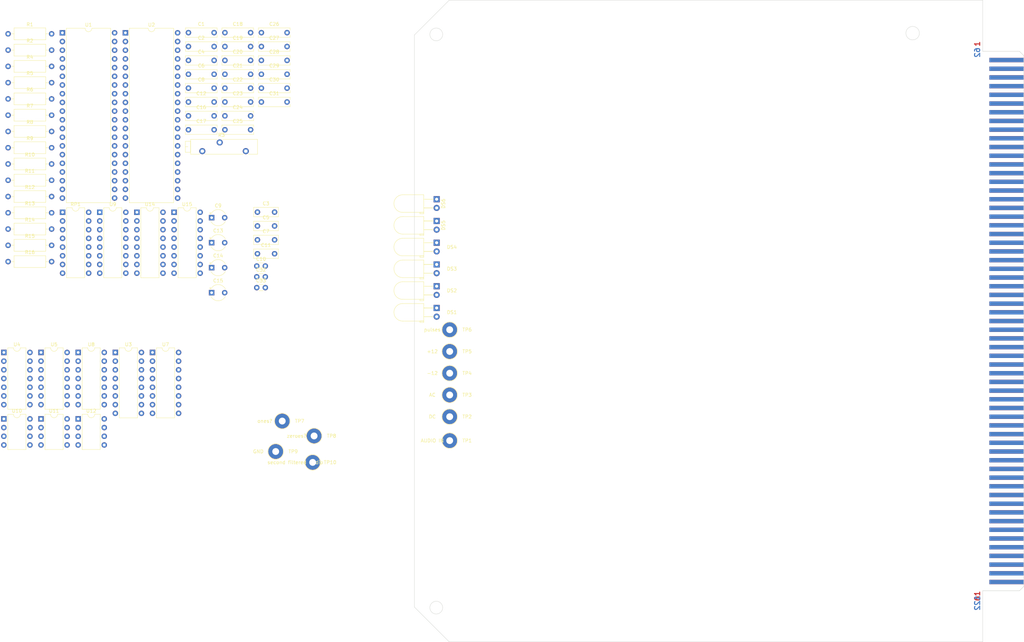
<source format=kicad_pcb>
(kicad_pcb (version 20221018) (generator pcbnew)
  (layers (0 "F.Cu" signal) (31 "B.Cu" signal) (34 "B.Paste" user) (35 "F.Paste" user) (36 "B.SilkS" user "B.Silkscreen") (37 "F.SilkS" user "F.Silkscreen") (38 "B.Mask" user) (39 "F.Mask" user) (44 "Edge.Cuts" user))
  (net 0 "")
  (net 1 "Net-(U3A-RCext)")
  (net 2 "Net-(U3A-Cext)")
  (net 3 "Net-(U7A-RCext)")
  (net 4 "Net-(U7A-Cext)")
  (net 5 "Net-(U7B-Cext)")
  (net 6 "Net-(U7B-RCext)")
  (net 7 "Net-(U12-+)")
  (net 8 "GND")
  (net 9 "Net-(U10-+)")
  (net 10 "Net-(U10--)")
  (net 11 "Net-(U11--)")
  (net 12 "Net-(C7-Pad2)")
  (net 13 "+12V")
  (net 15 "-12V")
  (net 16 "Net-(U11-+)")
  (net 17 "AUDIO IN")
  (net 18 "Net-(C12-Pad2)")
  (net 19 "+5V")
  (net 20 "Net-(U12-STRB)")
  (net 21 "Net-(U10-STRB)")
  (net 22 "STOP")
  (net 23 "Net-(DS1-A)")
  (net 24 "F.F.")
  (net 25 "Net-(DS2-A)")
  (net 26 "R.W.")
  (net 27 "Net-(DS3-A)")
  (net 28 "PLAY")
  (net 29 "Net-(DS4-A)")
  (net 30 "Net-(DS5-K)")
  (net 31 "Net-(DS5-A)")
  (net 32 "Net-(DS6-K)")
  (net 33 "Net-(DS6-A)")
  (net 35 "D0")
  (net 36 "D2")
  (net 37 "D4")
  (net 38 "D6")
  (net 40 "A1")
  (net 42 "{slash}SEL0")
  (net 61 "{slash}IRLQ")
  (net 74 "DATA OUT")
  (net 76 "BCLK")
  (net 80 "R{slash}~{W}")
  (net 81 "{slash}RESET")
  (net 82 "PHI2")
  (net 85 "D1")
  (net 86 "D3")
  (net 87 "D5")
  (net 88 "D7")
  (net 89 "A0")
  (net 132 "pup")
  (net 133 "U9out")
  (net 134 "Net-(R3-Pad1)")
  (net 135 "Net-(U7B-A)")
  (net 141 "Net-(U3A-A)")
  (net 142 "CB1")
  (net 143 "PB0")
  (net 144 "PB3")
  (net 145 "PA7")
  (net 146 "PA6")
  (net 147 "PA5")
  (net 148 "PA4")
  (net 149 "PA3")
  (net 150 "PA2")
  (net 151 "PA1")
  (net 152 "PA0")
  (net 156 "CA2")
  (net 157 "CA1")
  (net 159 "PB2")
  (net 161 "CB2")
  (net 162 "PB1")
  (net 164 "PB4")
  (net 165 "PB5")
  (net 166 "PB6")
  (net 167 "PB7")
  (net 168 "U9in")
  (net 169 "Net-(U5B-~{Q})")
  (net 214 "Net-(U5A-~{S})")
  (net 215 "Net-(U5A-Q)")
  (footprint "Capacitor_THT:C_Rect_L9.0mm_W2.5mm_P7.50mm_MKT" (layer "F.Cu") (at -32.61 38.045)
    (fp_text reference "C22" (at 3.75 -2.5) (layer "F.SilkS"))
    (fp_text value "10nF")
    (pad "1" thru_hole circle (at 0 0) (size 1.6 1.6) (drill 0.8) (layers "*.Cu" "*.Mask") (net 19 "+5V"))
    (pad "2" thru_hole circle (at 7.5 0) (size 1.6 1.6) (drill 0.8) (layers "*.Cu" "*.Mask") (net 8 "GND"))
  )
  (footprint "Resistor_THT:R_Axial_DIN0309_L9.0mm_D3.2mm_P12.70mm_Horizontal" (layer "F.Cu") (at -95.91 79.195)
    (fp_text reference "R14" (at 6.35 -2.72) (layer "F.SilkS"))
    (fp_text value "1K")
    (pad "1" thru_hole circle (at 0 0) (size 1.6 1.6) (drill 0.8) (layers "*.Cu" "*.Mask") (net 11 "Net-(U11--)"))
    (pad "2" thru_hole oval (at 12.7 0) (size 1.6 1.6) (drill 0.8) (layers "*.Cu" "*.Mask"))
  )
  (footprint "Package_DIP:DIP-16_W7.62mm" (layer "F.Cu") (at -80.01 74.295)
    (fp_text reference "RP1" (at 3.81 -2.33) (layer "F.SilkS"))
    (fp_text value "330")
    (pad "1" thru_hole rect (at 0 0) (size 1.6 1.6) (drill 0.8) (layers "*.Cu" "*.Mask") (net 19 "+5V"))
    (pad "2" thru_hole oval (at 0 2.54) (size 1.6 1.6) (drill 0.8) (layers "*.Cu" "*.Mask") (net 19 "+5V"))
    (pad "3" thru_hole oval (at 0 5.08) (size 1.6 1.6) (drill 0.8) (layers "*.Cu" "*.Mask") (net 19 "+5V"))
    (pad "4" thru_hole oval (at 0 7.62) (size 1.6 1.6) (drill 0.8) (layers "*.Cu" "*.Mask") (net 19 "+5V"))
    (pad "5" thru_hole oval (at 0 10.16) (size 1.6 1.6) (drill 0.8) (layers "*.Cu" "*.Mask") (net 19 "+5V"))
    (pad "6" thru_hole oval (at 0 12.7) (size 1.6 1.6) (drill 0.8) (layers "*.Cu" "*.Mask") (net 19 "+5V"))
    (pad "7" thru_hole oval (at 0 15.24) (size 1.6 1.6) (drill 0.8) (layers "*.Cu" "*.Mask"))
    (pad "8" thru_hole oval (at 0 17.78) (size 1.6 1.6) (drill 0.8) (layers "*.Cu" "*.Mask"))
    (pad "9" thru_hole oval (at 7.62 17.78) (size 1.6 1.6) (drill 0.8) (layers "*.Cu" "*.Mask"))
    (pad "10" thru_hole oval (at 7.62 15.24) (size 1.6 1.6) (drill 0.8) (layers "*.Cu" "*.Mask"))
    (pad "11" thru_hole oval (at 7.62 12.7) (size 1.6 1.6) (drill 0.8) (layers "*.Cu" "*.Mask") (net 33 "Net-(DS6-A)"))
    (pad "12" thru_hole oval (at 7.62 10.16) (size 1.6 1.6) (drill 0.8) (layers "*.Cu" "*.Mask") (net 31 "Net-(DS5-A)"))
    (pad "13" thru_hole oval (at 7.62 7.62) (size 1.6 1.6) (drill 0.8) (layers "*.Cu" "*.Mask") (net 29 "Net-(DS4-A)"))
    (pad "14" thru_hole oval (at 7.62 5.08) (size 1.6 1.6) (drill 0.8) (layers "*.Cu" "*.Mask") (net 27 "Net-(DS3-A)"))
    (pad "15" thru_hole oval (at 7.62 2.54) (size 1.6 1.6) (drill 0.8) (layers "*.Cu" "*.Mask") (net 25 "Net-(DS2-A)"))
    (pad "16" thru_hole oval (at 7.62 0) (size 1.6 1.6) (drill 0.8) (layers "*.Cu" "*.Mask") (net 23 "Net-(DS1-A)"))
  )
  (footprint "LED_THT:LED_D5.0mm_Horizontal_O3.81mm_Z15.0mm" (layer "F.Cu") (at 29.21 83.185 -90)
    (fp_text reference "DS4" (at 1.27 -4.445 -180) (layer "F.SilkS"))
    (fp_text value "LED")
    (pad "1" thru_hole rect (at 0 0 270) (size 1.8 1.8) (drill 0.9) (layers "*.Cu" "*.Mask") (net 28 "PLAY"))
    (pad "2" thru_hole circle (at 2.54 0 270) (size 1.8 1.8) (drill 0.9) (layers "*.Cu" "*.Mask") (net 29 "Net-(DS4-A)"))
  )
  (footprint "LED_THT:LED_D5.0mm_Horizontal_O3.81mm_Z15.0mm" (layer "F.Cu") (at 29.21 95.885 -90)
    (fp_text reference "DS2" (at 1.27 -4.445 -180) (layer "F.SilkS"))
    (fp_text value "LED")
    (pad "1" thru_hole rect (at 0 0 270) (size 1.8 1.8) (drill 0.9) (layers "*.Cu" "*.Mask") (net 24 "F.F."))
    (pad "2" thru_hole circle (at 2.54 0 270) (size 1.8 1.8) (drill 0.9) (layers "*.Cu" "*.Mask") (net 25 "Net-(DS2-A)"))
  )
  (footprint "TestPoint:TestPoint_Plated_Hole_D3.0mm" (layer "F.Cu") (at 33.02 108.585 180)
    (fp_text reference "TP6" (at -5.08 0) (layer "F.SilkS"))
    (fp_text value "pulses" (at 5.08 0) (layer "F.SilkS"))
    (pad "1" thru_hole circle (at 0 0 180) (size 4.3 4.3) (drill 2) (layers "*.Cu" "*.Mask") (net 141 "Net-(U3A-A)"))
  )
  (footprint "Evan's parts:Chuck_E_Cheese_large_card_edge" (layer "F.Cu") (at 195.58 182.245 90)
    (fp_text reference "J1" hide)
    (fp_text value "CEC card edge connector large")
    (fp_line (start -2.54 3.81) (end -2.54 -6.95) (stroke (width 0.12)) (layer "Edge.Cuts"))
    (fp_line (start -1.27 5.08) (end -2.54 3.81) (stroke (width 0.12)) (layer "Edge.Cuts"))
    (fp_line (start -1.27 5.08) (end 153.67 5.08) (stroke (width 0.12)) (layer "Edge.Cuts"))
    (fp_line (start 154.94 3.81) (end 153.67 5.08) (stroke (width 0.12)) (layer "Edge.Cuts"))
    (fp_line (start 154.94 3.81) (end 154.94 -6.95) (stroke (width 0.12)) (layer "Edge.Cuts"))
    (pad "1" smd rect (at 152.4 0 270) (size 1.27 9.97) (layers "F.Cu" "F.Paste" "F.Mask") (net 8 "GND"))
    (pad "2" smd rect (at 149.86 0 270) (size 1.27 9.97) (layers "F.Cu" "F.Paste" "F.Mask") (net 8 "GND"))
    (pad "3" smd rect (at 147.32 0 270) (size 1.27 9.97) (layers "F.Cu" "F.Paste" "F.Mask") (net 8 "GND"))
    (pad "4" smd rect (at 144.78 0 270) (size 1.27 9.97) (layers "F.Cu" "F.Paste" "F.Mask") (net 8 "GND"))
    (pad "5" smd rect (at 142.24 0 270) (size 1.27 9.97) (layers "F.Cu" "F.Paste" "F.Mask") (net 8 "GND"))
    (pad "6" smd rect (at 139.7 0 270) (size 1.27 9.97) (layers "F.Cu" "F.Paste" "F.Mask") (net 8 "GND"))
    (pad "7" smd rect (at 137.16 0 270) (size 1.27 9.97) (layers "F.Cu" "F.Paste" "F.Mask") (net 8 "GND"))
    (pad "8" smd rect (at 134.62 0 270) (size 1.27 9.97) (layers "F.Cu" "F.Paste" "F.Mask") (net 8 "GND"))
    (pad "9" smd rect (at 132.08 0 270) (size 1.27 9.97) (layers "F.Cu" "F.Paste" "F.Mask"))
    (pad "10" smd rect (at 129.54 0 270) (size 1.27 9.97) (layers "F.Cu" "F.Paste" "F.Mask") (net 35 "D0"))
    (pad "11" smd rect (at 127 0 270) (size 1.27 9.97) (layers "F.Cu" "F.Paste" "F.Mask") (net 36 "D2"))
    (pad "12" smd rect (at 124.46 0 270) (size 1.27 9.97) (layers "F.Cu" "F.Paste" "F.Mask") (net 37 "D4"))
    (pad "13" smd rect (at 121.92 0 270) (size 1.27 9.97) (layers "F.Cu" "F.Paste" "F.Mask") (net 38 "D6"))
    (pad "14" smd rect (at 119.38 0 270) (size 1.27 9.97) (layers "F.Cu" "F.Paste" "F.Mask"))
    (pad "15" smd rect (at 116.84 0 270) (size 1.27 9.97) (layers "F.Cu" "F.Paste" "F.Mask") (net 40 "A1"))
    (pad "16" smd rect (at 114.3 0 270) (size 1.27 9.97) (layers "F.Cu" "F.Paste" "F.Mask"))
    (pad "17" smd rect (at 111.76 0 270) (size 1.27 9.97) (layers "F.Cu" "F.Paste" "F.Mask") (net 42 "{slash}SEL0"))
    (pad "18" smd rect (at 109.22 0 270) (size 1.27 9.97) (layers "F.Cu" "F.Paste" "F.Mask"))
    (pad "19" smd rect (at 106.68 0 270) (size 1.27 9.97) (layers "F.Cu" "F.Paste" "F.Mask"))
    (pad "20" smd rect (at 104.14 0 270) (size 1.27 9.97) (layers "F.Cu" "F.Paste" "F.Mask"))
    (pad "21" smd rect (at 101.6 0 270) (size 1.27 9.97) (layers "F.Cu" "F.Paste" "F.Mask"))
    (pad "22" smd rect (at 99.06 0 270) (size 1.27 9.97) (layers "F.Cu" "F.Paste" "F.Mask"))
    (pad "23" smd rect (at 96.52 0 270) (size 1.27 9.97) (layers "F.Cu" "F.Paste" "F.Mask"))
    (pad "24" smd rect (at 93.98 0 270) (size 1.27 9.97) (layers "F.Cu" "F.Paste" "F.Mask"))
    (pad "25" smd rect (at 91.44 0 270) (size 1.27 9.97) (layers "F.Cu" "F.Paste" "F.Mask"))
    (pad "26" smd rect (at 88.9 0 270) (size 1.27 9.97) (layers "F.Cu" "F.Paste" "F.Mask"))
    (pad "27" smd rect (at 86.36 0 270) (size 1.27 9.97) (layers "F.Cu" "F.Paste" "F.Mask"))
    (pad "28" smd rect (at 83.82 0 270) (size 1.27 9.97) (layers "F.Cu" "F.Paste" "F.Mask"))
    (pad "29" smd rect (at 81.28 0 270) (size 1.27 9.97) (layers "F.Cu" "F.Paste" "F.Mask"))
    (pad "30" smd rect (at 78.74 0 270) (size 1.27 9.97) (layers "F.Cu" "F.Paste" "F.Mask"))
    (pad "31" smd rect (at 76.2 0 270) (size 1.27 9.97) (layers "F.Cu" "F.Paste" "F.Mask"))
    (pad "32" smd rect (at 73.66 0 270) (size 1.27 9.97) (layers "F.Cu" "F.Paste" "F.Mask"))
    (pad "33" smd rect (at 71.12 0 270) (size 1.27 9.97) (layers "F.Cu" "F.Paste" "F.Mask"))
    (pad "34" smd rect (at 68.58 0 270) (size 1.27 9.97) (layers "F.Cu" "F.Paste" "F.Mask"))
    (pad "35" smd rect (at 66.04 0 270) (size 1.27 9.97) (layers "F.Cu" "F.Paste" "F.Mask"))
    (pad "36" smd rect (at 63.5 0 270) (size 1.27 9.97) (layers "F.Cu" "F.Paste" "F.Mask") (net 61 "{slash}IRLQ"))
    (pad "37" smd rect (at 60.96 0 270) (size 1.27 9.97) (layers "F.Cu" "F.Paste" "F.Mask"))
    (pad "38" smd rect (at 58.42 0 270) (size 1.27 9.97) (layers "F.Cu" "F.Paste" "F.Mask"))
    (pad "39" smd rect (at 55.88 0 270) (size 1.27 9.97) (layers "F.Cu" "F.Paste" "F.Mask") (net 13 "+12V"))
    (pad "40" smd rect (at 53.34 0 270) (size 1.27 9.97) (layers "F.Cu" "F.Paste" "F.Mask") (net 15 "-12V"))
    (pad "41" smd rect (at 50.8 0 270) (size 1.27 9.97) (layers "F.Cu" "F.Paste" "F.Mask"))
    (pad "42" smd rect (at 48.26 0 270) (size 1.27 9.97) (layers "F.Cu" "F.Paste" "F.Mask"))
    (pad "43" smd rect (at 45.72 0 270) (size 1.27 9.97) (layers "F.Cu" "F.Paste" "F.Mask"))
    (pad "44" smd rect (at 43.18 0 270) (size 1.27 9.97) (layers "F.Cu" "F.Paste" "F.Mask"))
    (pad "45" smd rect (at 40.64 0 270) (size 1.27 9.97) (layers "F.Cu" "F.Paste" "F.Mask"))
    (pad "46" smd rect (at 38.1 0 270) (size 1.27 9.97) (layers "F.Cu" "F.Paste" "F.Mask"))
    (pad "47" smd rect (at 35.56 0 270) (size 1.27 9.97) (layers "F.Cu" "F.Paste" "F.Mask"))
    (pad "48" smd rect (at 33.02 0 270) (size 1.27 9.97) (layers "F.Cu" "F.Paste" "F.Mask"))
    (pad "49" smd rect (at 30.48 0 270) (size 1.27 9.97) (layers "F.Cu" "F.Paste" "F.Mask"))
    (pad "50" smd rect (at 27.94 0 270) (size 1.27 9.97) (layers "F.Cu" "F.Paste" "F.Mask"))
    (pad "51" smd rect (at 25.4 0 270) (size 1.27 9.97) (layers "F.Cu" "F.Paste" "F.Mask") (net 8 "GND"))
    (pad "52" smd rect (at 22.86 0 270) (size 1.27 9.97) (layers "F.Cu" "F.Paste" "F.Mask") (net 28 "PLAY"))
    (pad "53" smd rect (at 20.32 0 270) (size 1.27 9.97) (layers "F.Cu" "F.Paste" "F.Mask") (net 26 "R.W."))
    (pad "54" smd rect (at 17.78 0 270) (size 1.27 9.97) (layers "F.Cu" "F.Paste" "F.Mask") (net 24 "F.F."))
    (pad "55" smd rect (at 15.24 0 270) (size 1.27 9.97) (layers "F.Cu" "F.Paste" "F.Mask") (net 8 "GND"))
    (pad "56" smd rect (at 12.7 0 270) (size 1.27 9.97) (layers "F.Cu" "F.Paste" "F.Mask") (net 22 "STOP"))
    (pad "57" smd rect (at 10.16 0 270) (size 1.27 9.97) (layers "F.Cu" "F.Paste" "F.Mask") (net 74 "DATA OUT"))
    (pad "58" smd rect (at 7.62 0 270) (size 1.27 9.97) (layers "F.Cu" "F.Paste" "F.Mask"))
    (pad "59" smd rect (at 5.08 0 270) (size 1.27 9.97) (layers "F.Cu" "F.Paste" "F.Mask") (net 17 "AUDIO IN"))
    (pad "60" smd rect (at 2.54 0 270) (size 1.27 9.97) (layers "F.Cu" "F.Paste" "F.Mask") (net 8 "GND"))
    (pad "61" smd rect (at 0 0 270) (size 1.27 9.97) (layers "F.Cu" "F.Paste" "F.Mask") (net 19 "+5V"))
    (pad "62" smd rect (at 152.4 0 270) (size 1.27 9.97) (layers "B.Cu" "B.Paste" "B.Mask") (net 76 "BCLK"))
    (pad "63" smd rect (at 149.86 0 270) (size 1.27 9.97) (layers "B.Cu" "B.Paste" "B.Mask"))
    (pad "64" smd rect (at 147.32 0 270) (size 1.27 9.97) (layers "B.Cu" "B.Paste" "B.Mask"))
    (pad "65" smd rect (at 144.78 0 270) (size 1.27 9.97) (layers "B.Cu" "B.Paste" "B.Mask"))
    (pad "66" smd rect (at 142.24 0 270) (size 1.27 9.97) (layers "B.Cu" "B.Paste" "B.Mask") (net 80 "R{slash}~{W}"))
    (pad "67" smd rect (at 139.7 0 270) (size 1.27 9.97) (layers "B.Cu" "B.Paste" "B.Mask") (net 81 "{slash}RESET"))
    (pad "68" smd rect (at 137.16 0 270) (size 1.27 9.97) (layers "B.Cu" "B.Paste" "B.Mask") (net 82 "PHI2"))
    (pad "69" smd rect (at 134.62 0 270) (size 1.27 9.97) (layers "B.Cu" "B.Paste" "B.Mask"))
    (pad "70" smd rect (at 132.08 0 270) (size 1.27 9.97) (layers "B.Cu" "B.Paste" "B.Mask"))
    (pad "71" smd rect (at 129.54 0 270) (size 1.27 9.97) (layers "B.Cu" "B.Paste" "B.Mask") (net 85 "D1"))
    (pad "72" smd rect (at 127 0 270) (size 1.27 9.97) (layers "B.Cu" "B.Paste" "B.Mask") (net 86 "D3"))
    (pad "73" smd rect (at 124.46 0 270) (size 1.27 9.97) (layers "B.Cu" "B.Paste" "B.Mask") (net 87 "D5"))
    (pad "74" smd rect (at 121.92 0 270) (size 1.27 9.97) (layers "B.Cu" "B.Paste" "B.Mask") (net 88 "D7"))
    (pad "75" smd rect (at 119.38 0 270) (size 1.27 9.97) (layers "B.Cu" "B.Paste" "B.Mask") (net 89 "A0"))
    (pad "76" smd rect (at 116.84 0 270) (size 1.27 9.97) (layers "B.Cu" "B.Paste" "B.Mask"))
    (pad "77" smd rect (at 114.3 0 270) (size 1.27 9.97) (layers "B.Cu" "B.Paste" "B.Mask"))
    (pad "78" smd rect (at 111.76 0 270) (size 1.27 9.97) (layers "B.Cu" "B.Paste" "B.Mask"))
    (pad "79" smd rect (at 109.22 0 270) (size 1.27 9.97) (layers "B.Cu" "B.Paste" "B.Mask"))
    (pad "80" smd rect (at 106.68 0 270) (size 1.27 9.97) (layers "B.Cu" "B.Paste" "B.Mask"))
    (pad "81" smd rect (at 104.14 0 270) (size 1.27 9.97) (layers "B.Cu" "B.Paste" "B.Mask"))
    (pad "82" smd rect (at 101.6 0 270) (size 1.27 9.97) (layers "B.Cu" "B.Paste" "B.Mask"))
    (pad "83" smd rect (at 99.06 0 270) (size 1.27 9.97) (layers "B.Cu" "B.Paste" "B.Mask"))
    (pad "84" smd rect (at 96.52 0 270) (size 1.27 9.97) (layers "B.Cu" "B.Paste" "B.Mask"))
    (pad "85" smd rect (at 93.98 0 270) (size 1.27 9.97) (layers "B.Cu" "B.Paste" "B.Mask"))
    (pad "86" smd rect (at 91.44 0 270) (size 1.27 9.97) (layers "B.Cu" "B.Paste" "B.Mask"))
    (pad "87" smd rect (at 88.9 0 270) (size 1.27 9.97) (layers "B.Cu" "B.Paste" "B.Mask"))
    (pad "88" smd rect (at 86.36 0 270) (size 1.27 9.97) (layers "B.Cu" "B.Paste" "B.Mask"))
    (pad "89" smd rect (at 83.82 0 270) (size 1.27 9.97) (layers "B.Cu" "B.Paste" "B.Mask"))
    (pad "90" smd rect (at 81.28 0 270) (size 1.27 9.97) (layers "B.Cu" "B.Paste" "B.Mask"))
    (pad "91" smd rect (at 78.74 0 270) (size 1.27 9.97) (layers "B.Cu" "B.Paste" "B.Mask"))
    (pad "92" smd rect (at 76.2 0 270) (size 1.27 9.97) (layers "B.Cu" "B.Paste" "B.Mask"))
    (pad "93" smd rect (at 73.66 0 270) (size 1.27 9.97) (layers "B.Cu" "B.Paste" "B.Mask"))
    (pad "94" smd rect (at 71.12 0 270) (size 1.27 9.97) (layers "B.Cu" "B.Paste" "B.Mask"))
    (pad "95" smd rect (at 68.58 0 270) (size 1.27 9.97) (layers "B.Cu" "B.Paste" "B.Mask"))
    (pad "96" smd rect (at 66.04 0 270) (size 1.27 9.97) (layers "B.Cu" "B.Paste" "B.Mask"))
    (pad "97" smd rect (at 63.5 0 270) (size 1.27 9.97) (layers "B.Cu" "B.Paste" "B.Mask"))
    (pad "98" smd rect (at 60.96 0 270) (size 1.27 9.97) (layers "B.Cu" "B.Paste" "B.Mask"))
    (pad "99" smd rect (at 58.42 0 270) (size 1.27 9.97) (layers "B.Cu" "B.Paste" "B.Mask"))
    (pad "100" smd rect (at 55.88 0 270) (size 1.27 9.97) (layers "B.Cu" "B.Paste" "B.Mask") (net 13 "+12V"))
    (pad "101" smd rect (at 53.34 0 270) (size 1.27 9.97) (layers "B.Cu" "B.Paste" "B.Mask") (net 15 "-12V"))
    (pad "102" smd rect (at 50.8 0 270) (size 1.27 9.97) (layers "B.Cu" "B.Paste" "B.Mask"))
    (pad "103" smd rect (at 48.26 0 270) (size 1.27 9.97) (layers "B.Cu" "B.Paste" "B.Mask"))
    (pad "104" smd rect (at 45.72 0 270) (size 1.27 9.97) (layers "B.Cu" "B.Paste" "B.Mask"))
    (pad "105" smd rect (at 43.18 0 270) (size 1.27 9.97) (layers "B.Cu" "B.Paste" "B.Mask"))
    (pad "106" smd rect (at 40.64 0 270) (size 1.27 9.97) (layers "B.Cu" "B.Paste" "B.Mask"))
    (pad "107" smd rect (at 38.1 0 270) (size 1.27 9.97) (layers "B.Cu" "B.Paste" "B.Mask"))
    (pad "108" smd rect (at 35.56 0 270) (size 1.27 9.97) (layers "B.Cu" "B.Paste" "B.Mask"))
    (pad "109" smd rect (at 33.02 0 270) (size 1.27 9.97) (layers "B.Cu" "B.Paste" "B.Mask"))
    (pad "110" smd rect (at 30.48 0 270) (size 1.27 9.97) (layers "B.Cu" "B.Paste" "B.Mask"))
    (pad "111" smd rect (at 27.94 0 270) (size 1.27 9.97) (layers "B.Cu" "B.Paste" "B.Mask"))
    (pad "112" smd rect (at 25.4 0 270) (size 1.27 9.97) (layers "B.Cu" "B.Paste" "B.Mask"))
    (pad "113" smd rect (at 22.86 0 270) (size 1.27 9.97) (layers "B.Cu" "B.Paste" "B.Mask"))
    (pad "114" smd rect (at 20.32 0 270) (size 1.27 9.97) (layers "B.Cu" "B.Paste" "B.Mask"))
    (pad "115" smd rect (at 17.78 0 270) (size 1.27 9.97) (layers "B.Cu" "B.Paste" "B.Mask"))
    (pad "116" smd rect (at 15.24 0 270) (size 1.27 9.97) (layers "B.Cu" "B.Paste" "B.Mask"))
    (pad "117" smd rect (at 12.7 0 270) (size 1.27 9.97) (layers "B.Cu" "B.Paste" "B.Mask"))
    (pad "118" smd rect (at 10.16 0 270) (size 1.27 9.97) (layers "B.Cu" "B.Paste" "B.Mask"))
    (pad "119" smd rect (at 7.62 0 270) (size 1.27 9.97) (layers "B.Cu" "B.Paste" "B.Mask"))
    (pad "120" smd rect (at 5.08 0 270) (size 1.27 9.97) (layers "B.Cu" "B.Paste" "B.Mask") (net 17 "AUDIO IN"))
    (pad "121" smd rect (at 2.54 0 270) (size 1.27 9.97) (layers "B.Cu" "B.Paste" "B.Mask") (net 8 "GND"))
    (pad "122" smd rect (at 0 0 270) (size 1.27 9.97) (layers "B.Cu" "B.Paste" "B.Mask") (net 19 "+5V"))
  )
  (footprint "Package_DIP:DIP-8_W7.62mm" (layer "F.Cu") (at -75.455 134.62)
    (fp_text reference "U12" (at 3.81 -2.33) (layer "F.SilkS"))
    (fp_text value "LM311")
    (pad "1" thru_hole rect (at 0 0) (size 1.6 1.6) (drill 0.8) (layers "*.Cu" "*.Mask") (net 8 "GND"))
    (pad "2" thru_hole oval (at 0 2.54) (size 1.6 1.6) (drill 0.8) (layers "*.Cu" "*.Mask") (net 7 "Net-(U12-+)"))
    (pad "3" thru_hole oval (at 0 5.08) (size 1.6 1.6) (drill 0.8) (layers "*.Cu" "*.Mask") (net 9 "Net-(U10-+)"))
    (pad "4" thru_hole oval (at 0 7.62) (size 1.6 1.6) (drill 0.8) (layers "*.Cu" "*.Mask") (net 15 "-12V"))
    (pad "5" thru_hole oval (at 7.62 7.62) (size 1.6 1.6) (drill 0.8) (layers "*.Cu" "*.Mask"))
    (pad "6" thru_hole oval (at 7.62 5.08) (size 1.6 1.6) (drill 0.8) (layers "*.Cu" "*.Mask") (net 20 "Net-(U12-STRB)"))
    (pad "7" thru_hole oval (at 7.62 2.54) (size 1.6 1.6) (drill 0.8) (layers "*.Cu" "*.Mask") (net 135 "Net-(U7B-A)"))
    (pad "8" thru_hole oval (at 7.62 0) (size 1.6 1.6) (drill 0.8) (layers "*.Cu" "*.Mask") (net 13 "+12V"))
  )
  (footprint "TestPoint:TestPoint_Plated_Hole_D3.0mm" (layer "F.Cu") (at -6.985 147.32 180)
    (fp_text reference "TP10" (at -5.08 0) (layer "F.SilkS"))
    (fp_text value "second filtered audio" (at 5.08 0) (layer "F.SilkS"))
    (pad "1" thru_hole circle (at 0 0 180) (size 4.3 4.3) (drill 2) (layers "*.Cu" "*.Mask") (net 9 "Net-(U10-+)"))
  )
  (footprint "Resistor_THT:R_Axial_DIN0309_L9.0mm_D3.2mm_P12.70mm_Horizontal" (layer "F.Cu") (at -95.91 50.695)
    (fp_text reference "R8" (at 6.35 -2.72) (layer "F.SilkS"))
    (fp_text value "470K")
    (pad "1" thru_hole circle (at 0 0) (size 1.6 1.6) (drill 0.8) (layers "*.Cu" "*.Mask") (net 7 "Net-(U12-+)"))
    (pad "2" thru_hole oval (at 12.7 0) (size 1.6 1.6) (drill 0.8) (layers "*.Cu" "*.Mask") (net 13 "+12V"))
  )
  (footprint "Evan's parts:CP_Radial_Tantal_D4mm_P3.81mm" (layer "F.Cu") (at -36.49 75.87)
    (fp_text reference "C9" (at 1.905 -3.5) (layer "F.SilkS"))
    (fp_text value "4.7uF")
    (pad "1" thru_hole rect (at 0 0) (size 1.6 1.6) (drill 0.8) (layers "*.Cu" "*.Mask"))
    (pad "2" thru_hole circle (at 3.81 0) (size 1.6 1.6) (drill 0.8) (layers "*.Cu" "*.Mask") (net 8 "GND"))
  )
  (footprint "TestPoint:TestPoint_Plated_Hole_D3.0mm" (layer "F.Cu") (at 33.02 127.635 180)
    (fp_text reference "TP3" (at -5.08 0) (layer "F.SilkS"))
    (fp_text value "+5")
    (pad "1" thru_hole circle (at 0 0 180) (size 4.3 4.3) (drill 2) (layers "*.Cu" "*.Mask") (net 19 "+5V"))
  )
  (footprint "Capacitor_THT:C_Disc_D3.0mm_W1.6mm_P2.50mm" (layer "F.Cu") (at -23.31 93.145)
    (fp_text reference "C32" (at 1.25 -2.05) (layer "F.SilkS"))
    (fp_text value "100nF")
    (pad "1" thru_hole circle (at 0 0) (size 1.6 1.6) (drill 0.8) (layers "*.Cu" "*.Mask") (net 20 "Net-(U12-STRB)"))
    (pad "2" thru_hole circle (at 2.5 0) (size 1.6 1.6) (drill 0.8) (layers "*.Cu" "*.Mask") (net 13 "+12V"))
  )
  (footprint "Package_DIP:DIP-14_W7.62mm" (layer "F.Cu") (at -86.305 115.22)
    (fp_text reference "U5" (at 3.81 -2.33) (layer "F.SilkS"))
    (fp_text value "74LS74")
    (pad "1" thru_hole rect (at 0 0) (size 1.6 1.6) (drill 0.8) (layers "*.Cu" "*.Mask") (net 132 "pup"))
    (pad "2" thru_hole oval (at 0 2.54) (size 1.6 1.6) (drill 0.8) (layers "*.Cu" "*.Mask") (net 8 "GND"))
    (pad "3" thru_hole oval (at 0 5.08) (size 1.6 1.6) (drill 0.8) (layers "*.Cu" "*.Mask") (net 168 "U9in"))
    (pad "4" thru_hole oval (at 0 7.62) (size 1.6 1.6) (drill 0.8) (layers "*.Cu" "*.Mask") (net 214 "Net-(U5A-~{S})"))
    (pad "5" thru_hole oval (at 0 10.16) (size 1.6 1.6) (drill 0.8) (layers "*.Cu" "*.Mask") (net 215 "Net-(U5A-Q)"))
    (pad "6" thru_hole oval (at 0 12.7) (size 1.6 1.6) (drill 0.8) (layers "*.Cu" "*.Mask"))
    (pad "7" thru_hole oval (at 0 15.24) (size 1.6 1.6) (drill 0.8) (layers "*.Cu" "*.Mask") (net 8 "GND"))
    (pad "8" thru_hole oval (at 7.62 15.24) (size 1.6 1.6) (drill 0.8) (layers "*.Cu" "*.Mask") (net 169 "Net-(U5B-~{Q})"))
    (pad "9" thru_hole oval (at 7.62 12.7) (size 1.6 1.6) (drill 0.8) (layers "*.Cu" "*.Mask"))
    (pad "10" thru_hole oval (at 7.62 10.16) (size 1.6 1.6) (drill 0.8) (layers "*.Cu" "*.Mask") (net 132 "pup"))
    (pad "11" thru_hole oval (at 7.62 7.62) (size 1.6 1.6) (drill 0.8) (layers "*.Cu" "*.Mask") (net 133 "U9out"))
    (pad "12" thru_hole oval (at 7.62 5.08) (size 1.6 1.6) (drill 0.8) (layers "*.Cu" "*.Mask") (net 215 "Net-(U5A-Q)"))
    (pad "13" thru_hole oval (at 7.62 2.54) (size 1.6 1.6) (drill 0.8) (layers "*.Cu" "*.Mask") (net 132 "pup"))
    (pad "14" thru_hole oval (at 7.62 0) (size 1.6 1.6) (drill 0.8) (layers "*.Cu" "*.Mask") (net 19 "+5V"))
  )
  (footprint "Capacitor_THT:C_Disc_D3.0mm_W1.6mm_P2.50mm" (layer "F.Cu") (at -23.31 89.995)
    (fp_text reference "C10" (at 1.25 -2.05) (layer "F.SilkS"))
    (fp_text value "100nF")
    (pad "1" thru_hole circle (at 0 0) (size 1.6 1.6) (drill 0.8) (layers "*.Cu" "*.Mask") (net 15 "-12V"))
    (pad "2" thru_hole circle (at 2.5 0) (size 1.6 1.6) (drill 0.8) (layers "*.Cu" "*.Mask") (net 8 "GND"))
  )
  (footprint "TestPoint:TestPoint_Plated_Hole_D3.0mm" (layer "F.Cu") (at -6.570379 139.597929 180)
    (fp_text reference "TP8" (at -5.08 0) (layer "F.SilkS"))
    (fp_text value "zeroes?" (at 5.08 0) (layer "F.SilkS"))
    (pad "1" thru_hole circle (at 0 0 180) (size 4.3 4.3) (drill 2) (layers "*.Cu" "*.Mask") (net 143 "PB0"))
  )
  (footprint "Capacitor_THT:C_Rect_L7.0mm_W2.5mm_P5.00mm" (layer "F.Cu") (at -23.11 78.295)
    (fp_text reference "C5" (at 2.5 -2.5) (layer "F.SilkS"))
    (fp_text value "100pF")
    (pad "1" thru_hole circle (at 0 0) (size 1.6 1.6) (drill 0.8) (layers "*.Cu" "*.Mask") (net 8 "GND"))
    (pad "2" thru_hole circle (at 5 0) (size 1.6 1.6) (drill 0.8) (layers "*.Cu" "*.Mask") (net 9 "Net-(U10-+)"))
  )
  (footprint "Capacitor_THT:C_Rect_L9.0mm_W2.5mm_P7.50mm_MKT" (layer "F.Cu") (at -43.26 29.945)
    (fp_text reference "C4" (at 3.75 -2.5) (layer "F.SilkS"))
    (fp_text value "100nF")
    (pad "1" thru_hole circle (at 0 0) (size 1.6 1.6) (drill 0.8) (layers "*.Cu" "*.Mask") (net 7 "Net-(U12-+)"))
    (pad "2" thru_hole circle (at 7.5 0) (size 1.6 1.6) (drill 0.8) (layers "*.Cu" "*.Mask") (net 8 "GND"))
  )
  (footprint "Capacitor_THT:C_Rect_L9.0mm_W2.5mm_P7.50mm_MKT" (layer "F.Cu") (at -21.96 29.945)
    (fp_text reference "C28" (at 3.75 -2.5) (layer "F.SilkS"))
    (fp_text value "10nF")
    (pad "1" thru_hole circle (at 0 0) (size 1.6 1.6) (drill 0.8) (layers "*.Cu" "*.Mask") (net 15 "-12V"))
    (pad "2" thru_hole circle (at 7.5 0) (size 1.6 1.6) (drill 0.8) (layers "*.Cu" "*.Mask") (net 8 "GND"))
  )
  (footprint "Resistor_THT:R_Axial_DIN0309_L9.0mm_D3.2mm_P12.70mm_Horizontal" (layer "F.Cu") (at -95.91 88.695)
    (fp_text reference "R16" (at 6.35 -2.72) (layer "F.SilkS"))
    (fp_text value "10K")
    (pad "1" thru_hole circle (at 0 0) (size 1.6 1.6) (drill 0.8) (layers "*.Cu" "*.Mask") (net 18 "Net-(C12-Pad2)"))
    (pad "2" thru_hole oval (at 12.7 0) (size 1.6 1.6) (drill 0.8) (layers "*.Cu" "*.Mask") (net 16 "Net-(U11-+)"))
  )
  (footprint "Capacitor_THT:C_Rect_L9.0mm_W2.5mm_P7.50mm_MKT" (layer "F.Cu") (at -21.96 42.095)
    (fp_text reference "C31" (at 3.75 -2.5) (layer "F.SilkS"))
    (fp_text value "10nF")
    (pad "1" thru_hole circle (at 0 0) (size 1.6 1.6) (drill 0.8) (layers "*.Cu" "*.Mask") (net 15 "-12V"))
    (pad "2" thru_hole circle (at 7.5 0) (size 1.6 1.6) (drill 0.8) (layers "*.Cu" "*.Mask") (net 8 "GND"))
  )
  (footprint "TestPoint:TestPoint_Plated_Hole_D3.0mm" (layer "F.Cu") (at 33.02 114.935 180)
    (fp_text reference "TP5" (at -5.08 0) (layer "F.SilkS"))
    (fp_text value "+12" (at 5.08 0) (layer "F.SilkS"))
    (pad "1" thru_hole circle (at 0 0 180) (size 4.3 4.3) (drill 2) (layers "*.Cu" "*.Mask") (net 13 "+12V"))
  )
  (footprint "Capacitor_THT:C_Rect_L9.0mm_W2.5mm_P7.50mm_MKT" (layer "F.Cu") (at -32.61 25.895)
    (fp_text reference "C19" (at 3.75 -2.5) (layer "F.SilkS"))
    (fp_text value "10nF")
    (pad "1" thru_hole circle (at 0 0) (size 1.6 1.6) (drill 0.8) (layers "*.Cu" "*.Mask") (net 19 "+5V"))
    (pad "2" thru_hole circle (at 7.5 0) (size 1.6 1.6) (drill 0.8) (layers "*.Cu" "*.Mask") (net 8 "GND"))
  )
  (footprint "Capacitor_THT:C_Rect_L7.0mm_W2.5mm_P5.00mm" (layer "F.Cu") (at -23.11 86.395)
    (fp_text reference "C11" (at 2.5 -2.5) (layer "F.SilkS"))
    (fp_text value "100pF")
    (pad "1" thru_hole circle (at 0 0) (size 1.6 1.6) (drill 0.8) (layers "*.Cu" "*.Mask") (net 8 "GND"))
    (pad "2" thru_hole circle (at 5 0) (size 1.6 1.6) (drill 0.8) (layers "*.Cu" "*.Mask") (net 16 "Net-(U11-+)"))
  )
  (footprint "Package_DIP:DIP-14_W7.62mm" (layer "F.Cu") (at -75.455 115.22)
    (fp_text reference "U8" (at 3.81 -2.33) (layer "F.SilkS"))
    (fp_text value "Unused DIP")
    (pad "1" thru_hole rect (at 0 0) (size 1.6 1.6) (drill 0.8) (layers "*.Cu" "*.Mask"))
    (pad "2" thru_hole oval (at 0 2.54) (size 1.6 1.6) (drill 0.8) (layers "*.Cu" "*.Mask"))
    (pad "3" thru_hole oval (at 0 5.08) (size 1.6 1.6) (drill 0.8) (layers "*.Cu" "*.Mask"))
    (pad "4" thru_hole oval (at 0 7.62) (size 1.6 1.6) (drill 0.8) (layers "*.Cu" "*.Mask"))
    (pad "5" thru_hole oval (at 0 10.16) (size 1.6 1.6) (drill 0.8) (layers "*.Cu" "*.Mask"))
    (pad "6" thru_hole oval (at 0 12.7) (size 1.6 1.6) (drill 0.8) (layers "*.Cu" "*.Mask"))
    (pad "7" thru_hole oval (at 0 15.24) (size 1.6 1.6) (drill 0.8) (layers "*.Cu" "*.Mask") (net 8 "GND"))
    (pad "8" thru_hole oval (at 7.62 15.24) (size 1.6 1.6) (drill 0.8) (layers "*.Cu" "*.Mask"))
    (pad "9" thru_hole oval (at 7.62 12.7) (size 1.6 1.6) (drill 0.8) (layers "*.Cu" "*.Mask"))
    (pad "10" thru_hole oval (at 7.62 10.16) (size 1.6 1.6) (drill 0.8) (layers "*.Cu" "*.Mask"))
    (pad "11" thru_hole oval (at 7.62 7.62) (size 1.6 1.6) (drill 0.8) (layers "*.Cu" "*.Mask"))
    (pad "12" thru_hole oval (at 7.62 5.08) (size 1.6 1.6) (drill 0.8) (layers "*.Cu" "*.Mask"))
    (pad "13" thru_hole oval (at 7.62 2.54) (size 1.6 1.6) (drill 0.8) (layers "*.Cu" "*.Mask"))
    (pad "14" thru_hole oval (at 7.62 0) (size 1.6 1.6) (drill 0.8) (layers "*.Cu" "*.Mask") (net 19 "+5V"))
  )
  (footprint "Resistor_THT:R_Axial_DIN0309_L9.0mm_D3.2mm_P12.70mm_Horizontal" (layer "F.Cu") (at -95.91 60.195)
    (fp_text reference "R10" (at 6.35 -2.72) (layer "F.SilkS"))
    (fp_text value "470K")
    (pad "1" thru_hole circle (at 0 0) (size 1.6 1.6) (drill 0.8) (layers "*.Cu" "*.Mask") (net 13 "+12V"))
    (pad "2" thru_hole oval (at 12.7 0) (size 1.6 1.6) (drill 0.8) (layers "*.Cu" "*.Mask") (net 10 "Net-(U10--)"))
  )
  (footprint "Package_DIP:DIP-14_W7.62mm" (layer "F.Cu") (at -97.155 115.22)
    (fp_text reference "U4" (at 3.81 -2.33) (layer "F.SilkS"))
    (fp_text value "7410")
    (pad "1" thru_hole rect (at 0 0) (size 1.6 1.6) (drill 0.8) (layers "*.Cu" "*.Mask") (net 141 "Net-(U3A-A)"))
    (pad "2" thru_hole oval (at 0 2.54) (size 1.6 1.6) (drill 0.8) (layers "*.Cu" "*.Mask") (net 142 "CB1"))
    (pad "3" thru_hole oval (at 0 5.08) (size 1.6 1.6) (drill 0.8) (layers "*.Cu" "*.Mask") (net 141 "Net-(U3A-A)"))
    (pad "4" thru_hole oval (at 0 7.62) (size 1.6 1.6) (drill 0.8) (layers "*.Cu" "*.Mask") (net 141 "Net-(U3A-A)"))
    (pad "5" thru_hole oval (at 0 10.16) (size 1.6 1.6) (drill 0.8) (layers "*.Cu" "*.Mask") (net 141 "Net-(U3A-A)"))
    (pad "6" thru_hole oval (at 0 12.7) (size 1.6 1.6) (drill 0.8) (layers "*.Cu" "*.Mask") (net 168 "U9in"))
    (pad "7" thru_hole oval (at 0 15.24) (size 1.6 1.6) (drill 0.8) (layers "*.Cu" "*.Mask") (net 8 "GND"))
    (pad "8" thru_hole oval (at 7.62 15.24) (size 1.6 1.6) (drill 0.8) (layers "*.Cu" "*.Mask"))
    (pad "9" thru_hole oval (at 7.62 12.7) (size 1.6 1.6) (drill 0.8) (layers "*.Cu" "*.Mask"))
    (pad "10" thru_hole oval (at 7.62 10.16) (size 1.6 1.6) (drill 0.8) (layers "*.Cu" "*.Mask"))
    (pad "11" thru_hole oval (at 7.62 7.62) (size 1.6 1.6) (drill 0.8) (layers "*.Cu" "*.Mask"))
    (pad "12" thru_hole oval (at 7.62 5.08) (size 1.6 1.6) (drill 0.8) (layers "*.Cu" "*.Mask") (net 214 "Net-(U5A-~{S})"))
    (pad "13" thru_hole oval (at 7.62 2.54) (size 1.6 1.6) (drill 0.8) (layers "*.Cu" "*.Mask") (net 141 "Net-(U3A-A)"))
    (pad "14" thru_hole oval (at 7.62 0) (size 1.6 1.6) (drill 0.8) (layers "*.Cu" "*.Mask") (net 19 "+5V"))
  )
  (footprint "Resistor_THT:R_Axial_DIN0309_L9.0mm_D3.2mm_P12.70mm_Horizontal" (layer "F.Cu") (at -95.91 45.945)
    (fp_text reference "R7" (at 6.35 -2.72) (layer "F.SilkS"))
    (fp_text value "470")
    (pad "1" thru_hole circle (at 0 0) (size 1.6 1.6) (drill 0.8) (layers "*.Cu" "*.Mask") (net 19 "+5V"))
    (pad "2" thru_hole oval (at 12.7 0) (size 1.6 1.6) (drill 0.8) (layers "*.Cu" "*.Mask") (net 135 "Net-(U7B-A)"))
  )
  (footprint "Resistor_THT:R_Axial_DIN0309_L9.0mm_D3.2mm_P12.70mm_Horizontal" (layer "F.Cu") (at -95.91 69.695)
    (fp_text reference "R12" (at 6.35 -2.72) (layer "F.SilkS"))
    (fp_text value "10K")
    (pad "1" thru_hole circle (at 0 0) (size 1.6 1.6) (drill 0.8) (layers "*.Cu" "*.Mask") (net 12 "Net-(C7-Pad2)"))
    (pad "2" thru_hole oval (at 12.7 0) (size 1.6 1.6) (drill 0.8) (layers "*.Cu" "*.Mask") (net 9 "Net-(U10-+)"))
  )
  (footprint "Capacitor_THT:C_Rect_L9.0mm_W2.5mm_P7.50mm_MKT" (layer "F.Cu") (at -21.96 21.845)
    (fp_text reference "C26" (at 3.75 -2.5) (layer "F.SilkS"))
    (fp_text value "10nF")
    (pad "1" thru_hole circle (at 0 0) (size 1.6 1.6) (drill 0.8) (layers "*.Cu" "*.Mask") (net 13 "+12V"))
    (pad "2" thru_hole circle (at 7.5 0) (size 1.6 1.6) (drill 0.8) (layers "*.Cu" "*.Mask") (net 8 "GND"))
  )
  (footprint "Package_DIP:DIP-16_W7.62mm" (layer "F.Cu") (at -47.46 74.295)
    (fp_text reference "U15" (at 3.81 -2.33) (layer "F.SilkS"))
    (fp_text value "Spare")
    (pad "1" thru_hole rect (at 0 0) (size 1.6 1.6) (drill 0.8) (layers "*.Cu" "*.Mask"))
    (pad "2" thru_hole oval (at 0 2.54) (size 1.6 1.6) (drill 0.8) (layers "*.Cu" "*.Mask"))
    (pad "3" thru_hole oval (at 0 5.08) (size 1.6 1.6) (drill 0.8) (layers "*.Cu" "*.Mask"))
    (pad "4" thru_hole oval (at 0 7.62) (size 1.6 1.6) (drill 0.8) (layers "*.Cu" "*.Mask"))
    (pad "5" thru_hole oval (at 0 10.16) (size 1.6 1.6) (drill 0.8) (layers "*.Cu" "*.Mask"))
    (pad "6" thru_hole oval (at 0 12.7) (size 1.6 1.6) (drill 0.8) (layers "*.Cu" "*.Mask"))
    (pad "7" thru_hole oval (at 0 15.24) (size 1.6 1.6) (drill 0.8) (layers "*.Cu" "*.Mask"))
    (pad "8" thru_hole oval (at 0 17.78) (size 1.6 1.6) (drill 0.8) (layers "*.Cu" "*.Mask"))
    (pad "9" thru_hole oval (at 7.62 17.78) (size 1.6 1.6) (drill 0.8) (layers "*.Cu" "*.Mask"))
    (pad "10" thru_hole oval (at 7.62 15.24) (size 1.6 1.6) (drill 0.8) (layers "*.Cu" "*.Mask"))
    (pad "11" thru_hole oval (at 7.62 12.7) (size 1.6 1.6) (drill 0.8) (layers "*.Cu" "*.Mask"))
    (pad "12" thru_hole oval (at 7.62 10.16) (size 1.6 1.6) (drill 0.8) (layers "*.Cu" "*.Mask"))
    (pad "13" thru_hole oval (at 7.62 7.62) (size 1.6 1.6) (drill 0.8) (layers "*.Cu" "*.Mask"))
    (pad "14" thru_hole oval (at 7.62 5.08) (size 1.6 1.6) (drill 0.8) (layers "*.Cu" "*.Mask"))
    (pad "15" thru_hole oval (at 7.62 2.54) (size 1.6 1.6) (drill 0.8) (layers "*.Cu" "*.Mask"))
    (pad "16" thru_hole oval (at 7.62 0) (size 1.6 1.6) (drill 0.8) (layers "*.Cu" "*.Mask"))
  )
  (footprint "Resistor_THT:R_Axial_DIN0309_L9.0mm_D3.2mm_P12.70mm_Horizontal" (layer "F.Cu") (at -95.91 74.445)
    (fp_text reference "R13" (at 6.35 -2.72) (layer "F.SilkS"))
    (fp_text value "10K")
    (pad "1" thru_hole circle (at 0 0) (size 1.6 1.6) (drill 0.8) (layers "*.Cu" "*.Mask") (net 12 "Net-(C7-Pad2)"))
    (pad "2" thru_hole oval (at 12.7 0) (size 1.6 1.6) (drill 0.8) (layers "*.Cu" "*.Mask") (net 11 "Net-(U11--)"))
  )
  (footprint "Resistor_THT:R_Axial_DIN0309_L9.0mm_D3.2mm_P12.70mm_Horizontal" (layer "F.Cu") (at -95.91 83.945)
    (fp_text reference "R15" (at 6.35 -2.72) (layer "F.SilkS"))
    (fp_text value "100K")
    (pad "1" thru_hole circle (at 0 0) (size 1.6 1.6) (drill 0.8) (layers "*.Cu" "*.Mask") (net 16 "Net-(U11-+)"))
    (pad "2" thru_hole oval (at 12.7 0) (size 1.6 1.6) (drill 0.8) (layers "*.Cu" "*.Mask") (net 8 "GND"))
  )
  (footprint "Resistor_THT:R_Axial_DIN0309_L9.0mm_D3.2mm_P12.70mm_Horizontal" (layer "F.Cu") (at -95.91 36.445)
    (fp_text reference "R5" (at 6.35 -2.72) (layer "F.SilkS"))
    (fp_text value "39K")
    (pad "1" thru_hole circle (at 0 0) (size 1.6 1.6) (drill 0.8) (layers "*.Cu" "*.Mask") (net 19 "+5V"))
    (pad "2" thru_hole oval (at 12.7 0) (size 1.6 1.6) (drill 0.8) (layers "*.Cu" "*.Mask") (net 1 "Net-(U3A-RCext)"))
  )
  (footprint "LED_THT:LED_D5.0mm_Horizontal_O3.81mm_Z15.0mm" (layer "F.Cu") (at 29.21 76.835 -90)
    (fp_text reference "DS5" (at 1.27 -1.96 90) (layer "F.SilkS"))
    (fp_text value "LED")
    (pad "1" thru_hole rect (at 0 0 270) (size 1.8 1.8) (drill 0.9) (layers "*.Cu" "*.Mask") (net 30 "Net-(DS5-K)"))
    (pad "2" thru_hole circle (at 2.54 0 270) (size 1.8 1.8) (drill 0.9) (layers "*.Cu" "*.Mask") (net 31 "Net-(DS5-A)"))
  )
  (footprint "Capacitor_THT:C_Rect_L9.0mm_W2.5mm_P7.50mm_MKT" (layer "F.Cu") (at -21.96 33.995)
    (fp_text reference "C29" (at 3.75 -2.5) (layer "F.SilkS"))
    (fp_text value "10nF")
    (pad "1" thru_hole circle (at 0 0) (size 1.6 1.6) (drill 0.8) (layers "*.Cu" "*.Mask") (net 15 "-12V"))
    (pad "2" thru_hole circle (at 7.5 0) (size 1.6 1.6) (drill 0.8) (layers "*.Cu" "*.Mask") (net 8 "GND"))
  )
  (footprint "TestPoint:TestPoint_Plated_Hole_D3.0mm" (layer "F.Cu") (at -17.78 144.145 180)
    (fp_text reference "TP9" (at -5.08 0) (layer "F.SilkS"))
    (fp_text value "GND" (at 5.08 0) (layer "F.SilkS"))
    (pad "1" thru_hole circle (at 0 0 180) (size 4.3 4.3) (drill 2) (layers "*.Cu" "*.Mask") (net 8 "GND"))
  )
  (footprint "Capacitor_THT:C_Rect_L9.0mm_W2.5mm_P7.50mm_MKT" (layer "F.Cu") (at -43.26 38.045)
    (fp_text reference "C8" (at 3.75 -2.5) (layer "F.SilkS"))
    (fp_text value "100nF")
    (pad "1" thru_hole circle (at 0 0) (size 1.6 1.6) (drill 0.8) (layers "*.Cu" "*.Mask") (net 13 "+12V"))
    (pad "2" thru_hole circle (at 7.5 0) (size 1.6 1.6) (drill 0.8) (layers "*.Cu" "*.Mask") (net 8 "GND"))
  )
  (footprint "Capacitor_THT:C_Rect_L7.0mm_W2.5mm_P5.00mm" (layer "F.Cu") (at -23.11 74.245)
    (fp_text reference "C3" (at 2.5 -2.5) (layer "F.SilkS"))
    (fp_text value "100pF")
    (pad "1" thru_hole circle (at 0 0) (size 1.6 1.6) (drill 0.8) (layers "*.Cu" "*.Mask") (net 5 "Net-(U7B-Cext)"))
    (pad "2" thru_hole circle (at 5 0) (size 1.6 1.6) (drill 0.8) (layers "*.Cu" "*.Mask") (net 6 "Net-(U7B-RCext)"))
  )
  (footprint "Package_DIP:DIP-16_W7.62mm" (layer "F.Cu") (at -58.31 74.295)
    (fp_text reference "U14" (at 3.81 -2.33) (layer "F.SilkS"))
    (fp_text value "Spare")
    (pad "1" thru_hole rect (at 0 0) (size 1.6 1.6) (drill 0.8) (layers "*.Cu" "*.Mask"))
    (pad "2" thru_hole oval (at 0 2.54) (size 1.6 1.6) (drill 0.8) (layers "*.Cu" "*.Mask"))
    (pad "3" thru_hole oval (at 0 5.08) (size 1.6 1.6) (drill 0.8) (layers "*.Cu" "*.Mask"))
    (pad "4" thru_hole oval (at 0 7.62) (size 1.6 1.6) (drill 0.8) (layers "*.Cu" "*.Mask"))
    (pad "5" thru_hole oval (at 0 10.16) (size 1.6 1.6) (drill 0.8) (layers "*.Cu" "*.Mask"))
    (pad "6" thru_hole oval (at 0 12.7) (size 1.6 1.6) (drill 0.8) (layers "*.Cu" "*.Mask"))
    (pad "7" thru_hole oval (at 0 15.24) (size 1.6 1.6) (drill 0.8) (layers "*.Cu" "*.Mask"))
    (pad "8" thru_hole oval (at 0 17.78) (size 1.6 1.6) (drill 0.8) (layers "*.Cu" "*.Mask"))
    (pad "9" thru_hole oval (at 7.62 17.78) (size 1.6 1.6) (drill 0.8) (layers "*.Cu" "*.Mask"))
    (pad "10" thru_hole oval (at 7.62 15.24) (size 1.6 1.6) (drill 0.8) (layers "*.Cu" "*.Mask"))
    (pad "11" thru_hole oval (at 7.62 12.7) (size 1.6 1.6) (drill 0.8) (layers "*.Cu" "*.Mask"))
    (pad "12" thru_hole oval (at 7.62 10.16) (size 1.6 1.6) (drill 0.8) (layers "*.Cu" "*.Mask"))
    (pad "13" thru_hole oval (at 7.62 7.62) (size 1.6 1.6) (drill 0.8) (layers "*.Cu" "*.Mask"))
    (pad "14" thru_hole oval (at 7.62 5.08) (size 1.6 1.6) (drill 0.8) (layers "*.Cu" "*.Mask"))
    (pad "15" thru_hole oval (at 7.62 2.54) (size 1.6 1.6) (drill 0.8) (layers "*.Cu" "*.Mask"))
    (pad "16" thru_hole oval (at 7.62 0) (size 1.6 1.6) (drill 0.8) (layers "*.Cu" "*.Mask"))
  )
  (footprint "LED_THT:LED_D5.0mm_Horizontal_O3.81mm_Z15.0mm" (layer "F.Cu") (at 29.21 102.235 -90)
    (fp_text reference "DS1" (at 1.27 -4.445 -180) (layer "F.SilkS"))
    (fp_text value "LED")
    (pad "1" thru_hole rect (at 0 0 270) (size 1.8 1.8) (drill 0.9) (layers "*.Cu" "*.Mask") (net 22 "STOP"))
    (pad "2" thru_hole circle (at 2.54 0 270) (size 1.8 1.8) (drill 0.9) (layers "*.Cu" "*.Mask") (net 23 "Net-(DS1-A)"))
  )
  (footprint "Resistor_THT:R_Axial_DIN0309_L9.0mm_D3.2mm_P12.70mm_Horizontal" (layer "F.Cu") (at -95.91 22.195)
    (fp_text reference "R1" (at 6.35 -2.72) (layer "F.SilkS"))
    (fp_text value "1K")
    (pad "1" thru_hole circle (at 0 0) (size 1.6 1.6) (drill 0.8) (layers "*.Cu" "*.Mask") (net 19 "+5V"))
    (pad "2" thru_hole oval (at 12.7 0) (size 1.6 1.6) (drill 0.8) (layers "*.Cu" "*.Mask") (net 132 "pup"))
  )
  (footprint "Resistor_THT:R_Axial_DIN0309_L9.0mm_D3.2mm_P12.70mm_Horizontal" (layer "F.Cu") (at -95.91 31.695)
    (fp_text reference "R4" (at 6.35 -2.72) (layer "F.SilkS"))
    (fp_text value "10K")
    (pad "1" thru_hole circle (at 0 0) (size 1.6 1.6) (drill 0.8) (layers "*.Cu" "*.Mask") (net 134 "Net-(R3-Pad1)"))
    (pad "2" thru_hole oval (at 12.7 0) (size 1.6 1.6) (drill 0.8) (layers "*.Cu" "*.Mask") (net 3 "Net-(U7A-RCext)"))
  )
  (footprint "TestPoint:TestPoint_Plated_Hole_D3.0mm" (layer "F.Cu") (at 33.02 140.97 180)
    (fp_text reference "TP1" (at -5.08 0) (layer "F.SilkS"))
    (fp_text value "AUDIO IN" (at 5.08 0) (layer "F.SilkS"))
    (pad "1" thru_hole circle (at 0 0 180) (size 4.3 4.3) (drill 2) (layers "*.Cu" "*.Mask") (net 17 "AUDIO IN"))
  )
  (footprint "Capacitor_THT:C_Rect_L7.0mm_W2.5mm_P5.00mm" (layer "F.Cu") (at -23.11 82.345)
    (fp_text reference "C7" (at 2.5 -2.5) (layer "F.SilkS"))
    (fp_text value "3300pF")
    (pad "1" thru_hole circle (at 0 0) (size 1.6 1.6) (drill 0.8) (layers "*.Cu" "*.Mask") (net 11 "Net-(U11--)"))
    (pad "2" thru_hole circle (at 5 0) (size 1.6 1.6) (drill 0.8) (layers "*.Cu" "*.Mask") (net 12 "Net-(C7-Pad2)"))
  )
  (footprint "TestPoint:TestPoint_Plated_Hole_D3.0mm" (layer "F.Cu") (at -15.875 135.255 180)
    (fp_text reference "TP7" (at -5.08 0) (layer "F.SilkS"))
    (fp_text value "ones?" (at 5.08 0) (layer "F.SilkS"))
    (pad "1" thru_hole circle (at 0 0 180) (size 4.3 4.3) (drill 2) (layers "*.Cu" "*.Mask") (net 142 "CB1"))
  )
  (footprint "Capacitor_THT:C_Rect_L9.0mm_W2.5mm_P7.50mm_MKT" (layer "F.Cu") (at -32.61 21.845)
    (fp_text reference "C18" (at 3.75 -2.5) (layer "F.SilkS"))
    (fp_text value "10nF")
    (pad "1" thru_hole circle (at 0 0) (size 1.6 1.6) (drill 0.8) (layers "*.Cu" "*.Mask") (net 19 "+5V"))
    (pad "2" thru_hole circle (at 7.5 0) (size 1.6 1.6) (drill 0.8) (layers "*.Cu" "*.Mask") (net 8 "GND"))
  )
  (footprint "Evan's parts:CP_Radial_Tantal_D4mm_P3.81mm" (layer "F.Cu") (at -36.49 97.77)
    (fp_text reference "C15" (at 1.905 -3.5) (layer "F.SilkS"))
    (fp_text value "4.7uF")
    (pad "1" thru_hole rect (at 0 0) (size 1.6 1.6) (drill 0.8) (layers "*.Cu" "*.Mask") (net 8 "GND"))
    (pad "2" thru_hole circle (at 3.81 0) (size 1.6 1.6) (drill 0.8) (layers "*.Cu" "*.Mask") (net 15 "-12V"))
  )
  (footprint "Package_DIP:DIP-8_W7.62mm" (layer "F.Cu") (at -97.155 134.62)
    (fp_text reference "U10" (at 3.81 -2.33) (layer "F.SilkS"))
    (fp_text value "LM311")
    (pad "1" thru_hole rect (at 0 0) (size 1.6 1.6) (drill 0.8) (layers "*.Cu" "*.Mask") (net 8 "GND"))
    (pad "2" thru_hole oval (at 0 2.54) (size 1.6 1.6) (drill 0.8) (layers "*.Cu" "*.Mask") (net 9 "Net-(U10-+)"))
    (pad "3" thru_hole oval (at 0 5.08) (size 1.6 1.6) (drill 0.8) (layers "*.Cu" "*.Mask") (net 10 "Net-(U10--)"))
    (pad "4" thru_hole oval (at 0 7.62) (size 1.6 1.6) (drill 0.8) (layers "*.Cu" "*.Mask") (net 15 "-12V"))
    (pad "5" thru_hole oval (at 7.62 7.62) (size 1.6 1.6) (drill 0.8) (layers "*.Cu" "*.Mask"))
    (pad "6" thru_hole oval (at 7.62 5.08) (size 1.6 1.6) (drill 0.8) (layers "*.Cu" "*.Mask") (net 21 "Net-(U10-STRB)"))
    (pad "7" thru_hole oval (at 7.62 2.54) (size 1.6 1.6) (drill 0.8) (layers "*.Cu" "*.Mask") (net 135 "Net-(U7B-A)"))
    (pad "8" thru_hole oval (at 7.62 0) (size 1.6 1.6) (drill 0.8) (layers "*.Cu" "*.Mask") (net 13 "+12V"))
  )
  (footprint "Capacitor_THT:C_Rect_L9.0mm_W2.5mm_P7.50mm_MKT" (layer "F.Cu") (at -43.26 46.145)
    (fp_text reference "C16" (at 3.75 -2.5) (layer "F.SilkS"))
    (fp_text value "10nF")
    (pad "1" thru_hole circle (at 0 0) (size 1.6 1.6) (drill 0.8) (layers "*.Cu" "*.Mask") (net 19 "+5V"))
    (pad "2" thru_hole circle (at 7.5 0) (size 1.6 1.6) (drill 0.8) (layers "*.Cu" "*.Mask") (net 8 "GND"))
  )
  (footprint "Capacitor_THT:C_Rect_L9.0mm_W2.5mm_P7.50mm_MKT" (layer "F.Cu") (at -32.61 46.145)
    (fp_text reference "C24" (at 3.75 -2.5) (layer "F.SilkS"))
    (fp_text value "10nF")
    (pad "1" thru_hole circle (at 0 0) (size 1.6 1.6) (drill 0.8) (layers "*.Cu" "*.Mask") (net 13 "+12V"))
    (pad "2" thru_hole circle (at 7.5 0) (size 1.6 1.6) (drill 0.8) (layers "*.Cu" "*.Mask") (net 8 "GND"))
  )
  (footprint "Capacitor_THT:C_Rect_L9.0mm_W2.5mm_P7.50mm_MKT" (layer "F.Cu") (at -43.26 33.995)
    (fp_text reference "C6" (at 3.75 -2.5) (layer "F.SilkS"))
    (fp_text value "100nF")
    (pad "1" thru_hole circle (at 0 0) (size 1.6 1.6) (drill 0.8) (layers "*.Cu" "*.Mask") (net 10 "Net-(U10--)"))
    (pad "2" thru_hole circle (at 7.5 0) (size 1.6 1.6) (drill 0.8) (layers "*.Cu" "*.Mask") (net 8 "GND"))
  )
  (footprint "Resistor_THT:R_Axial_DIN0309_L9.0mm_D3.2mm_P12.70mm_Horizontal" (layer "F.Cu") (at -95.91 26.945)
    (fp_text reference "R2" (at 6.35 -2.72) (layer "F.SilkS"))
    (fp_text value "1K")
    (pad "1" thru_hole circle (at 0 0) (size 1.6 1.6) (drill 0.8) (layers "*.Cu" "*.Mask") (net 133 "U9out"))
    (pad "2" thru_hole oval (at 12.7 0) (size 1.6 1.6) (drill 0.8) (layers "*.Cu" "*.Mask") (net 19 "+5V"))
  )
  (footprint "Capacitor_THT:C_Rect_L9.0mm_W2.5mm_P7.50mm_MKT" (layer "F.Cu") (at -43.26 21.845)
    (fp_text reference "C1" (at 3.75 -2.5) (layer "F.SilkS"))
    (fp_text value "50nF")
    (pad "1" thru_hole circle (at 0 0) (size 1.6 1.6) (drill 0.8) (layers "*.Cu" "*.Mask") (net 1 "Net-(U3A-RCext)"))
    (pad "2" thru_hole circle (at 7.5 0) (size 1.6 1.6) (drill 0.8) (layers "*.Cu" "*.Mask") (net 2 "Net-(U3A-Cext)"))
  )
  (footprint "Capacitor_THT:C_Rect_L9.0mm_W2.5mm_P7.50mm_MKT" (layer "F.Cu") (at -21.96 38.045)
    (fp_text reference "C30" (at 3.75 -2.5) (layer "F.SilkS"))
    (fp_text value "10nF")
    (pad "1" thru_hole circle (at 0 0) (size 1.6 1.6) (drill 0.8) (layers "*.Cu" "*.Mask") (net 15 "-12V"))
    (pad "2" thru_hole circle (at 7.5 0) (size 1.6 1.6) (drill 0.8) (layers "*.Cu" "*.Mask") (net 8 "GND"))
  )
  (footprint "Capacitor_THT:C_Rect_L9.0mm_W2.5mm_P7.50mm_MKT" (layer "F.Cu") (at -43.26 25.895)
    (fp_text reference "C2" (at 3.75 -2.5) (layer "F.SilkS"))
    (fp_text value "20nF")
    (pad "1" thru_hole circle (at 0 0) (size 1.6 1.6) (drill 0.8) (layers "*.Cu" "*.Mask") (net 3 "Net-(U7A-RCext)"))
    (pad "2" thru_hole circle (at 7.5 0) (size 1.6 1.6) (drill 0.8) (layers "*.Cu" "*.Mask") (net 4 "Net-(U7A-Cext)"))
  )
  (footprint "Capacitor_THT:C_Rect_L9.0mm_W2.5mm_P7.50mm_MKT" (layer "F.Cu") (at -21.96 25.895)
    (fp_text reference "C27" (at 3.75 -2.5) (layer "F.SilkS"))
    (fp_text value "10nF")
    (pad "1" thru_hole circle (at 0 0) (size 1.6 1.6) (drill 0.8) (layers "*.Cu" "*.Mask") (net 13 "+12V"))
    (pad "2" thru_hole circle (at 7.5 0) (size 1.6 1.6) (drill 0.8) (layers "*.Cu" "*.Mask") (net 8 "GND"))
  )
  (footprint "Capacitor_THT:C_Rect_L9.0mm_W2.5mm_P7.50mm_MKT" (layer "F.Cu") (at -32.61 33.995)
    (fp_text reference "C21" (at 3.75 -2.5) (layer "F.SilkS"))
    (fp_text value "10nF")
    (pad "1" thru_hole circle (at 0 0) (size 1.6 1.6) (drill 0.8) (layers "*.Cu" "*.Mask") (net 19 "+5V"))
    (pad "2" thru_hole circle (at 7.5 0) (size 1.6 1.6) (drill 0.8) (layers "*.Cu" "*.Mask") (net 8 "GND"))
  )
  (footprint "TestPoint:TestPoint_Plated_Hole_D3.0mm" (layer "F.Cu") (at 33.02 133.985 180)
    (fp_text reference "TP2" (at -5.08 0) (layer "F.SilkS"))
    (fp_text value "filtered audio")
    (pad "1" thru_hole circle (at 0 0 180) (size 4.3 4.3) (drill 2) (layers "*.Cu" "*.Mask") (net 12 "Net-(C7-Pad2)"))
  )
  (footprint "Evan's parts:CP_Radial_Tantal_D4mm_P3.81mm" (layer "F.Cu") (at -36.49 83.17)
    (fp_text reference "C13" (at 1.905 -3.5) (layer "F.SilkS"))
    (fp_text value "4.7uF")
    (pad "1" thru_hole rect (at 0 0) (size 1.6 1.6) (drill 0.8) (layers "*.Cu" "*.Mask") (net 19 "+5V"))
    (pad "2" thru_hole circle (at 3.81 0) (size 1.6 1.6) (drill 0.8) (layers "*.Cu" "*.Mask") (net 8 "GND"))
  )
  (footprint "Package_DIP:DIP-16_W7.62mm" (layer "F.Cu") (at -64.605 115.22)
    (fp_text reference "U3" (at 3.81 -2.33) (layer "F.SilkS"))
    (fp_text value "DM8602N")
    (pad "1" thru_hole rect (at 0 0) (size 1.6 1.6) (drill 0.8) (layers "*.Cu" "*.Mask"))
    (pad "2" thru_hole oval (at 0 2.54) (size 1.6 1.6) (drill 0.8) (layers "*.Cu" "*.Mask"))
    (pad "3" thru_hole oval (at 0 5.08) (size 1.6 1.6) (drill 0.8) (layers "*.Cu" "*.Mask"))
    (pad "4" thru_hole oval (at 0 7.62) (size 1.6 1.6) (drill 0.8) (layers "*.Cu" "*.Mask"))
    (pad "5" thru_hole oval (at 0 10.16) (size 1.6 1.6) (drill 0.8) (layers "*.Cu" "*.Mask"))
    (pad "6" thru_hole oval (at 0 12.7) (size 1.6 1.6) (drill 0.8) (layers "*.Cu" "*.Mask"))
    (pad "7" thru_hole oval (at 0 15.24) (size 1.6 1.6) (drill 0.8) (layers "*.Cu" "*.Mask"))
    (pad "8" thru_hole oval (at 0 17.78) (size 1.6 1.6) (drill 0.8) (layers "*.Cu" "*.Mask") (net 8 "GND"))
    (pad "9" thru_hole oval (at 7.62 17.78) (size 1.6 1.6) (drill 0.8) (layers "*.Cu" "*.Mask"))
    (pad "10" thru_hole oval (at 7.62 15.24) (size 1.6 1.6) (drill 0.8) (layers "*.Cu" "*.Mask") (net 143 "PB0"))
    (pad "11" thru_hole oval (at 7.62 12.7) (size 1.6 1.6) (drill 0.8) (layers "*.Cu" "*.Mask") (net 141 "Net-(U3A-A)"))
    (pad "12" thru_hole oval (at 7.62 10.16) (size 1.6 1.6) (drill 0.8) (layers "*.Cu" "*.Mask") (net 8 "GND"))
    (pad "13" thru_hole oval (at 7.62 7.62) (size 1.6 1.6) (drill 0.8) (layers "*.Cu" "*.Mask") (net 132 "pup"))
    (pad "14" thru_hole oval (at 7.62 5.08) (size 1.6 1.6) (drill 0.8) (layers "*.Cu" "*.Mask") (net 1 "Net-(U3A-RCext)"))
    (pad "15" thru_hole oval (at 7.62 2.54) (size 1.6 1.6) (drill 0.8) (layers "*.Cu" "*.Mask") (net 2 "Net-(U3A-Cext)"))
    (pad "16" thru_hole oval (at 7.62 0) (size 1.6 1.6) (drill 0.8) (layers "*.Cu" "*.Mask") (net 19 "+5V"))
  )
  (footprint "Capacitor_THT:C_Rect_L9.0mm_W2.5mm_P7.50mm_MKT" (layer "F.Cu") (at -43.26 50.195)
    (fp_text reference "C17" (at 3.75 -2.5) (layer "F.SilkS"))
    (fp_text value "10nF")
    (pad "1" thru_hole circle (at 0 0) (size 1.6 1.6) (drill 0.8) (layers "*.Cu" "*.Mask") (net 19 "+5V"))
    (pad "2" thru_hole circle (at 7.5 0) (size 1.6 1.6) (drill 0.8) (layers "*.Cu" "*.Mask") (net 8 "GND"))
  )
  (footprint "Package_DIP:DIP-40_W15.24mm" (layer "F.Cu") (at -80.06 21.895)
    (fp_text reference "U1" (at 7.62 -2.33) (layer "F.SilkS"))
    (fp_text value "TR1602")
    (pad "1" thru_hole rect (at 0 0) (size 1.6 1.6) (drill 0.8) (layers "*.Cu" "*.Mask") (net 19 "+5V"))
    (pad "2" thru_hole oval (at 0 2.54) (size 1.6 1.6) (drill 0.8) (layers "*.Cu" "*.Mask") (net 15 "-12V"))
    (pad "3" thru_hole oval (at 0 5.08) (size 1.6 1.6) (drill 0.8) (layers "*.Cu" "*.Mask") (net 8 "GND"))
    (pad "4" thru_hole oval (at 0 7.62) (size 1.6 1.6) (drill 0.8) (layers "*.Cu" "*.Mask") (net 144 "PB3"))
    (pad "5" thru_hole oval (at 0 10.16) (size 1.6 1.6) (drill 0.8) (layers "*.Cu" "*.Mask") (net 145 "PA7"))
    (pad "6" thru_hole oval (at 0 12.7) (size 1.6 1.6) (drill 0.8) (layers "*.Cu" "*.Mask") (net 146 "PA6"))
    (pad "7" thru_hole oval (at 0 15.24) (size 1.6 1.6) (drill 0.8) (layers "*.Cu" "*.Mask") (net 147 "PA5"))
    (pad "8" thru_hole oval (at 0 17.78) (size 1.6 1.6) (drill 0.8) (layers "*.Cu" "*.Mask") (net 148 "PA4"))
    (pad "9" thru_hole oval (at 0 20.32) (size 1.6 1.6) (drill 0.8) (layers "*.Cu" "*.Mask") (net 149 "PA3"))
    (pad "10" thru_hole oval (at 0 22.86) (size 1.6 1.6) (drill 0.8) (layers "*.Cu" "*.Mask") (net 150 "PA2"))
    (pad "11" thru_hole oval (at 0 25.4) (size 1.6 1.6) (drill 0.8) (layers "*.Cu" "*.Mask") (net 151 "PA1"))
    (pad "12" thru_hole oval (at 0 27.94) (size 1.6 1.6) (drill 0.8) (layers "*.Cu" "*.Mask") (net 152 "PA0"))
    (pad "13" thru_hole oval (at 0 30.48) (size 1.6 1.6) (drill 0.8) (layers "*.Cu" "*.Mask"))
    (pad "14" thru_hole oval (at 0 33.02) (size 1.6 1.6) (drill 0.8) (layers "*.Cu" "*.Mask"))
    (pad "15" thru_hole oval (at 0 35.56) (size 1.6 1.6) (drill 0.8) (layers "*.Cu" "*.Mask"))
    (pad "16" thru_hole oval (at 0 38.1) (size 1.6 1.6) (drill 0.8) (layers "*.Cu" "*.Mask") (net 8 "GND"))
    (pad "17" thru_hole oval (at 0 40.64) (size 1.6 1.6) (drill 0.8) (layers "*.Cu" "*.Mask") (net 76 "BCLK"))
    (pad "18" thru_hole oval (at 0 43.18) (size 1.6 1.6) (drill 0.8) (layers "*.Cu" "*.Mask") (net 156 "CA2"))
    (pad "19" thru_hole oval (at 0 45.72) (size 1.6 1.6) (drill 0.8) (layers "*.Cu" "*.Mask") (net 157 "CA1"))
    (pad "20" thru_hole oval (at 0 48.26) (size 1.6 1.6) (drill 0.8) (layers "*.Cu" "*.Mask"))
    (pad "21" thru_hole oval (at 15.24 48.26) (size 1.6 1.6) (drill 0.8) (layers "*.Cu" "*.Mask") (net 159 "PB2"))
    (pad "22" thru_hole oval (at 15.24 45.72) (size 1.6 1.6) (drill 0.8) (layers "*.Cu" "*.Mask"))
    (pad "23" thru_hole oval (at 15.24 43.18) (size 1.6 1.6) (drill 0.8) (layers "*.Cu" "*.Mask") (net 161 "CB2"))
    (pad "24" thru_hole oval (at 15.24 40.64) (size 1.6 1.6) (drill 0.8) (layers "*.Cu" "*.Mask") (net 162 "PB1"))
    (pad "25" thru_hole oval (at 15.24 38.1) (size 1.6 1.6) (drill 0.8) (layers "*.Cu" "*.Mask"))
    (pad "26" thru_hole oval (at 15.24 35.56) (size 1.6 1.6) (drill 0.8) (layers "*.Cu" "*.Mask") (net 152 "PA0"))
    (pad "27" thru_hole oval (at 15.24 33.02) (size 1.6 1.6) (drill 0.8) (layers "*.Cu" "*.Mask") (net 151 "PA1"))
    (pad "28" thru_hole oval (at 15.24 30.48) (size 1.6 1.6) (drill 0.8) (layers "*.Cu" "*.Mask") (net 150 "PA2"))
    (pad "29" thru_hole oval (at 15.24 27.94) (size 1.6 1.6) (drill 0.8) (layers "*.Cu" "*.Mask") (net 149 "PA3"))
    (pad "30" thru_hole oval (at 15.24 25.4) (size 1.6 1.6) (drill 0.8) (layers "*.Cu" "*.Mask") (net 148 "PA4"))
    (pad "31" thru_hole oval (at 15.24 22.86) (size 1.6 1.6) (drill 0.8) (layers "*.Cu" "*.Mask") (net 147 "PA5"))
    (pad "32" thru_hole oval (at 15.24 20.32) (size 1.6 1.6) (drill 0.8) (layers "*.Cu" "*.Mask") (net 146 "PA6"))
    (pad "33" thru_hole oval (at 15.24 17.78) (size 1.6 1.6) (drill 0.8) (layers "*.Cu" "*.Mask") (net 145 "PA7"))
    (pad "34" thru_hole oval (at 15.24 15.24) (size 1.6 1.6) (drill 0.8) (layers "*.Cu" "*.Mask") (net 132 "pup"))
    (pad "35" thru_hole oval (at 15.24 12.7) (size 1.6 1.6) (drill 0.8) (layers "*.Cu" "*.Mask") (net 132 "pup"))
    (pad "36" thru_hole oval (at 15.24 10.16) (size 1.6 1.6) (drill 0.8) (layers "*.Cu" "*.Mask") (net 132 "pup"))
    (pad "37" thru_hole oval (at 15.24 7.62) (size 1.6 1.6) (drill 0.8) (layers "*.Cu" "*.Mask") (net 132 "pup"))
    (pad "38" thru_hole oval (at 15.24 5.08) (size 1.6 1.6) (drill 0.8) (layers "*.Cu" "*.Mask") (net 132 "pup"))
    (pad "39" thru_hole oval (at 15.24 2.54) (size 1.6 1.6) (drill 0.8) (layers "*.Cu" "*.Mask") (net 8 "GND"))
    (pad "40" thru_hole oval (at 15.24 0) (size 1.6 1.6) (drill 0.8) (layers "*.Cu" "*.Mask") (net 76 "BCLK"))
  )
  (footprint "Capacitor_THT:C_Rect_L9.0mm_W2.5mm_P7.50mm_MKT" (layer "F.Cu") (at -32.61 29.945)
    (fp_text reference "C20" (at 3.75 -2.5) (layer "F.SilkS"))
    (fp_text value "100nF")
    (pad "1" thru_hole circle (at 0 0) (size 1.6 1.6) (drill 0.8) (layers "*.Cu" "*.Mask") (net 15 "-12V"))
    (pad "2" thru_hole circle (at 7.5 0) (size 1.6 1.6) (drill 0.8) (layers "*.Cu" "*.Mask") (net 8 "GND"))
  )
  (footprint "TestPoint:TestPoint_Plated_Hole_D3.0mm" (layer "F.Cu") (at 33.02 121.285 180)
    (fp_text reference "TP4" (at -5.08 0) (layer "F.SilkS"))
    (fp_text value "-12" (at 5.08 0) (layer "F.SilkS"))
    (pad "1" thru_hole circle (at 0 0 180) (size 4.3 4.3) (drill 2) (layers "*.Cu" "*.Mask") (net 15 "-12V"))
  )
  (footprint "Evan's parts:CP_Radial_Tantal_D4mm_P3.81mm" (layer "F.Cu") (at -36.49 90.47)
    (fp_text reference "C14" (at 1.905 -3.5) (layer "F.SilkS"))
    (fp_text value "4.7uF")
    (pad "1" thru_hole rect (at 0 0) (size 1.6 1.6) (drill 0.8) (layers "*.Cu" "*.Mask") (net 13 "+12V"))
    (pad "2" thru_hole circle (at 3.81 0) (size 1.6 1.6) (drill 0.8) (layers "*.Cu" "*.Mask") (net 8 "GND"))
  )
  (footprint "Resistor_THT:R_Axial_DIN0309_L9.0mm_D3.2mm_P12.70mm_Horizontal" (layer "F.Cu") (at -95.91 64.945)
    (fp_text reference "R11" (at 6.35 -2.72) (layer "F.SilkS"))
    (fp_text value "4.7K")
    (pad "1" thru_hole circle (at 0 0) (size 1.6 1.6) (drill 0.8) (layers "*.Cu" "*.Mask") (net 10 "Net-(U10--)"))
    (pad "2" thru_hole oval (at 12.7 0) (size 1.6 1.6) (drill 0.8) (layers "*.Cu" "*.Mask") (net 8 "GND"))
  )
  (footprint "Capacitor_THT:C_Rect_L9.0mm_W2.5mm_P7.50mm_MKT" (layer "F.Cu") (at -43.26 42.095)
    (fp_text reference "C12" (at 3.75 -2.5) (layer "F.SilkS"))
    (fp_text value "100nF")
    (pad "1" thru_hole circle (at 0 0) (size 1.6 1.6) (drill 0.8) (layers "*.Cu" "*.Mask") (net 17 "AUDIO IN"))
    (pad "2" thru_hole circle (at 7.5 0) (size 1.6 1.6) (drill 0.8) (layers "*.Cu" "*.Mask") (net 18 "Net-(C12-Pad2)"))
  )
  (footprint "Capacitor_THT:C_Rect_L9.0mm_W2.5mm_P7.50mm_MKT" (layer "F.Cu") (at -32.61 50.195)
    (fp_text reference "C25" (at 3.75 -2.5) (layer "F.SilkS"))
    (fp_text value "10nF")
    (pad "1" thru_hole circle (at 0 0) (size 1.6 1.6) (drill 0.8) (layers "*.Cu" "*.Mask") (net 13 "+12V"))
    (pad "2" thru_hole circle (at 7.5 0) (size 1.6 1.6) (drill 0.8) (layers "*.Cu" "*.Mask") (net 8 "GND"))
  )
  (footprint "Package_DIP:DIP-8_W7.62mm" (layer "F.Cu") (at -86.305 134.62)
    (fp_text reference "U11" (at 3.81 -2.33) (layer "F.SilkS"))
    (fp_text value "LM741")
    (pad "1" thru_hole rect (at 0 0) (size 1.6 1.6) (drill 0.8) (layers "*.Cu" "*.Mask"))
    (pad "2" thru_hole oval (at 0 2.54) (size 1.6 1.6) (drill 0.8) (layers "*.Cu" "*.Mask") (net 11 "Net-(U11--)"))
    (pad "3" thru_hole oval (at 0 5.08) (size 1.6 1.6) (drill 0.8) (layers "*.Cu" "*.Mask") (net 16 "Net-(U11-+)"))
    (pad "4" thru_hole oval (at 0 7.62) (size 1.6 1.6) (drill 0.8) (layers "*.Cu" "*.Mask") (net 15 "-12V"))
    (pad "5" thru_hole oval (at 7.62 7.62) (size 1.6 1.6) (drill 0.8) (layers "*.Cu" "*.Mask"))
    (pad "6" thru_hole oval (at 7.62 5.08) (size 1.6 1.6) (drill 0.8) (layers "*.Cu" "*.Mask") (net 12 "Net-(C7-Pad2)"))
    (pad "7" thru_hole oval (at 7.62 2.54) (size 1.6 1.6) (drill 0.8) (layers "*.Cu" "*.Mask") (net 13 "+12V"))
    (pad "8" thru_hole oval (at 7.62 0) (size 1.6 1.6) (drill 0.8) (layers "*.Cu" "*.Mask"))
  )
  (footprint "LED_THT:LED_D5.0mm_Horizontal_O3.81mm_Z15.0mm" (layer "F.Cu") (at 29.21 89.535 -90)
    (fp_text reference "DS3" (at 1.27 -4.445 -180) (layer "F.SilkS"))
    (fp_text value "LED")
    (pad "1" thru_hole rect (at 0 0 270) (size 1.8 1.8) (drill 0.9) (layers "*.Cu" "*.Mask") (net 26 "R.W."))
    (pad "2" thru_hole circle (at 2.54 0 270) (size 1.8 1.8) (drill 0.9) (layers "*.Cu" "*.Mask") (net 27 "Net-(DS3-A)"))
  )
  (footprint "LED_THT:LED_D5.0mm_Horizontal_O3.81mm_Z15.0mm" (layer "F.Cu") (at 29.21 70.485 -90)
    (fp_text reference "DS6" (at 1.27 -1.96 90) (layer "F.SilkS"))
    (fp_text value "LED")
    (pad "1" thru_hole rect (at 0 0 270) (size 1.8 1.8) (drill 0.9) (layers "*.Cu" "*.Mask") (net 32 "Net-(DS6-K)"))
    (pad "2" thru_hole circle (at 2.54 0 270) (size 1.8 1.8) (drill 0.9) (layers "*.Cu" "*.Mask") (net 33 "Net-(DS6-A)"))
  )
  (footprint "Package_DIP:DIP-40_W15.24mm" (layer "F.Cu") (at -61.66 21.895)
    (fp_text reference "U2" (at 7.62 -2.33) (layer "F.SilkS"))
    (fp_text value "6821")
    (pad "1" thru_hole rect (at 0 0) (size 1.6 1.6) (drill 0.8) (layers "*.Cu" "*.Mask") (net 8 "GND"))
    (pad "2" thru_hole oval (at 0 2.54) (size 1.6 1.6) (drill 0.8) (layers "*.Cu" "*.Mask") (net 152 "PA0"))
    (pad "3" thru_hole oval (at 0 5.08) (size 1.6 1.6) (drill 0.8) (layers "*.Cu" "*.Mask") (net 151 "PA1"))
    (pad "4" thru_hole oval (at 0 7.62) (size 1.6 1.6) (drill 0.8) (layers "*.Cu" "*.Mask") (net 150 "PA2"))
    (pad "5" thru_hole oval (at 0 10.16) (size 1.6 1.6) (drill 0.8) (layers "*.Cu" "*.Mask") (net 149 "PA3"))
    (pad "6" thru_hole oval (at 0 12.7) (size 1.6 1.6) (drill 0.8) (layers "*.Cu" "*.Mask") (net 148 "PA4"))
    (pad "7" thru_hole oval (at 0 15.24) (size 1.6 1.6) (drill 0.8) (layers "*.Cu" "*.Mask") (net 147 "PA5"))
    (pad "8" thru_hole oval (at 0 17.78) (size 1.6 1.6) (drill 0.8) (layers "*.Cu" "*.Mask") (net 146 "PA6"))
    (pad "9" thru_hole oval (at 0 20.32) (size 1.6 1.6) (drill 0.8) (layers "*.Cu" "*.Mask") (net 145 "PA7"))
    (pad "10" thru_hole oval (at 0 22.86) (size 1.6 1.6) (drill 0.8) (layers "*.Cu" "*.Mask") (net 143 "PB0"))
    (pad "11" thru_hole oval (at 0 25.4) (size 1.6 1.6) (drill 0.8) (layers "*.Cu" "*.Mask") (net 162 "PB1"))
    (pad "12" thru_hole oval (at 0 27.94) (size 1.6 1.6) (drill 0.8) (layers "*.Cu" "*.Mask") (net 159 "PB2"))
    (pad "13" thru_hole oval (at 0 30.48) (size 1.6 1.6) (drill 0.8) (layers "*.Cu" "*.Mask") (net 144 "PB3"))
    (pad "14" thru_hole oval (at 0 33.02) (size 1.6 1.6) (drill 0.8) (layers "*.Cu" "*.Mask") (net 164 "PB4"))
    (pad "15" thru_hole oval (at 0 35.56) (size 1.6 1.6) (drill 0.8) (layers "*.Cu" "*.Mask") (net 165 "PB5"))
    (pad "16" thru_hole oval (at 0 38.1) (size 1.6 1.6) (drill 0.8) (layers "*.Cu" "*.Mask") (net 166 "PB6"))
    (pad "17" thru_hole oval (at 0 40.64) (size 1.6 1.6) (drill 0.8) (layers "*.Cu" "*.Mask") (net 167 "PB7"))
    (pad "18" thru_hole oval (at 0 43.18) (size 1.6 1.6) (drill 0.8) (layers "*.Cu" "*.Mask") (net 142 "CB1"))
    (pad "19" thru_hole oval (at 0 45.72) (size 1.6 1.6) (drill 0.8) (layers "*.Cu" "*.Mask") (net 161 "CB2"))
    (pad "20" thru_hole oval (at 0 48.26) (size 1.6 1.6) (drill 0.8) (layers "*.Cu" "*.Mask") (net 19 "+5V"))
    (pad "21" thru_hole oval (at 15.24 48.26) (size 1.6 1.6) (drill 0.8) (layers "*.Cu" "*.Mask") (net 80 "R{slash}~{W}"))
    (pad "22" thru_hole oval (at 15.24 45.72) (size 1.6 1.6) (drill 0.8) (layers "*.Cu" "*.Mask") (net 132 "pup"))
    (pad "23" thru_hole oval (at 15.24 43.18) (size 1.6 1.6) (drill 0.8) (layers "*.Cu" "*.Mask") (net 42 "{slash}SEL0"))
    (pad "24" thru_hole oval (at 15.24 40.64) (size 1.6 1.6) (drill 0.8) (layers "*.Cu" "*.Mask") (net 132 "pup"))
    (pad "25" thru_hole oval (at 15.24 38.1) (size 1.6 1.6) (drill 0.8) (layers "*.Cu" "*.Mask") (net 82 "PHI2"))
    (pad "26" thru_hole oval (at 15.24 35.56) (size 1.6 1.6) (drill 0.8) (layers "*.Cu" "*.Mask") (net 88 "D7"))
    (pad "27" thru_hole oval (at 15.24 33.02) (size 1.6 1.6) (drill 0.8) (layers "*.Cu" "*.Mask") (net 38 "D6"))
    (pad "28" thru_hole oval (at 15.24 30.48) (size 1.6 1.6) (drill 0.8) (layers "*.Cu" "*.Mask") (net 87 "D5"))
    (pad "29" thru_hole oval (at 15.24 27.94) (size 1.6 1.6) (drill 0.8) (layers "*.Cu" "*.Mask") (net 37 "D4"))
    (pad "30" thru_hole oval (at 15.24 25.4) (size 1.6 1.6) (drill 0.8) (layers "*.Cu" "*.Mask") (net 86 "D3"))
    (pad "31" thru_hole oval (at 15.24 22.86) (size 1.6 1.6) (drill 0.8) (layers "*.Cu" "*.Mask") (net 36 "D2"))
    (pad "32" thru_hole oval (at 15.24 20.32) (size 1.6 1.6) (drill 0.8) (layers "*.Cu" "*.Mask") (net 85 "D1"))
    (pad "33" thru_hole oval (at 15.24 17.78) (size 1.6 1.6) (drill 0.8) (layers "*.Cu" "*.Mask") (net 35 "D0"))
    (pad "34" thru_hole oval (at 15.24 15.24) (size 1.6 1.6) (drill 0.8) (layers "*.Cu" "*.Mask") (net 81 "{slash}RESET"))
    (pad "35" thru_hole oval (at 15.24 12.7) (size 1.6 1.6) (drill 0.8) (layers "*.Cu" "*.Mask") (net 40 "A1"))
    (pad "36" thru_hole oval (at 15.24 10.16) (size 1.6 1.6) (drill 0.8) (layers "*.Cu" "*.Mask") (net 89 "A0"))
    (pad "37" thru_hole oval (at 15.24 7.62) (size 1.6 1.6) (drill 0.8) (layers "*.Cu" "*.Mask") (net 61 "{slash}IRLQ"))
    (pad "38" thru_hole oval (at 15.24 5.08) (size 1.6 1.6) (drill 0.8) (layers "*.Cu" "*.Mask") (net 61 "{slash}IRLQ"))
    (pad "39" thru_hole oval (at 15.24 2.54) (size 1.6 1.6) (drill 0.8) (layers "*.Cu" "*.Mask") (net 156 "CA2"))
    (pad "40" thru_hole oval (at 15.24 0) (size 1.6 1.6) (drill 0.8) (layers "*.Cu" "*.Mask") (net 157 "CA1"))
  )
  (footprint "Resistor_THT:R_Axial_DIN0309_L9.0mm_D3.2mm_P12.70mm_Horizontal" (layer "F.Cu") (at -95.91 41.195)
    (fp_text reference "R6" (at 6.35 -2.72) (layer "F.SilkS"))
    (fp_text value "10K")
    (pad "1" thru_hole circle (at 0 0) (size 1.6 1.6) (drill 0.8) (layers "*.Cu" "*.Mask") (net 19 "+5V"))
    (pad "2" thru_hole oval (at 12.7 0) (size 1.6 1.6) (drill 0.8) (layers "*.Cu" "*.Mask") (net 6 "Net-(U7B-RCext)"))
  )
  (footprint "Capacitor_THT:C_Disc_D3.0mm_W1.6mm_P2.50mm" (layer "F.Cu") (at -23.31 96.295)
    (fp_text reference "C33" (at 1.25 -2.05) (layer "F.SilkS"))
    (fp_text value "100nF")
    (pad "1" thru_hole circle (at 0 0) (size 1.6 1.6) (drill 0.8) (layers "*.Cu" "*.Mask") (net 21 "Net-(U10-STRB)"))
    (pad "2" thru_hole circle (at 2.5 0) (size 1.6 1.6) (drill 0.8) (layers "*.Cu" "*.Mask") (net 13 "+12V"))
  )
  (footprint "Package_DIP:DIP-16_W7.62mm" (layer "F.Cu") (at -69.16 74.295)
    (fp_text reference "U9" (at 3.81 -2.33) (layer "F.SilkS"))
    (fp_text value "ULN2003A")
    (pad "1" thru_hole rect (at 0 0) (size 1.6 1.6) (drill 0.8) (layers "*.Cu" "*.Mask") (net 168 "U9in"))
    (pad "2" thru_hole oval (at 0 2.54) (size 1.6 1.6) (drill 0.8) (layers "*.Cu" "*.Mask") (net 164 "PB4"))
    (pad "3" thru_hole oval (at 0 5.08) (size 1.6 1.6) (drill 0.8) (layers "*.Cu" "*.Mask") (net 165 "PB5"))
    (pad "4" thru_hole oval (at 0 7.62) (size 1.6 1.6) (drill 0.8) (layers "*.Cu" "*.Mask") (net 166 "PB6"))
    (pad "5" thru_hole oval (at 0 10.16) (size 1.6 1.6) (drill 0.8) (layers "*.Cu" "*.Mask") (net 167 "PB7"))
    (pad "6" thru_hole oval (at 0 12.7) (size 1.6 1.6) (drill 0.8) (layers "*.Cu" "*.Mask") (net 143 "PB0"))
    (pad "7" thru_hole oval (at 0 15.24) (size 1.6 1.6) (drill 0.8) (layers "*.Cu" "*.Mask") (net 169 "Net-(U5B-~{Q})"))
    (pad "8" thru_hole oval (at 0 17.78) (size 1.6 1.6) (drill 0.8) (layers "*.Cu" "*.Mask") (net 8 "GND"))
    (pad "9" thru_hole oval (at 7.62 17.78) (size 1.6 1.6) (drill 0.8) (layers "*.Cu" "*.Mask") (net 19 "+5V"))
    (pad "10" thru_hole oval (at 7.62 15.24) (size 1.6 1.6) (drill 0.8) (layers "*.Cu" "*.Mask") (net 32 "Net-(DS6-K)"))
    (pad "11" thru_hole oval (at 7.62 12.7) (size 1.6 1.6) (drill 0.8) (layers "*.Cu" "*.Mask") (net 30 "Net-(DS5-K)"))
    (pad "12" thru_hole oval (at 7.62 10.16) (size 1.6 1.6) (drill 0.8) (layers "*.Cu" "*.Mask") (net 28 "PLAY"))
    (pad "13" thru_hole oval (at 7.62 7.62) (size 1.6 1.6) (drill 0.8) (layers "*.Cu" "*.Mask") (net 26 "R.W."))
    (pad "14" thru_hole oval (at 7.62 5.08) (size 1.6 1.6) (drill 0.8) (layers "*.Cu" "*.Mask") (net 24 "F.F."))
    (pad "15" thru_hole oval (at 7.62 2.54) (size 1.6 1.6) (drill 0.8) (layers "*.Cu" "*.Mask") (net 22 "STOP"))
    (pad "16" thru_hole oval (at 7.62 0) (size 1.6 1.6) (drill 0.8) (layers "*.Cu" "*.Mask") (net 133 "U9out"))
  )
  (footprint "Resistor_THT:R_Axial_DIN0309_L9.0mm_D3.2mm_P12.70mm_Horizontal" (layer "F.Cu") (at -95.91 55.445)
    (fp_text reference "R9" (at 6.35 -2.72) (layer "F.SilkS"))
    (fp_text value "4.7K")
    (pad "1" thru_hole circle (at 0 0) (size 1.6 1.6) (drill 0.8) (layers "*.Cu" "*.Mask") (net 7 "Net-(U12-+)"))
    (pad "2" thru_hole oval (at 12.7 0) (size 1.6 1.6) (drill 0.8) (layers "*.Cu" "*.Mask") (net 8 "GND"))
  )
  (footprint "Capacitor_THT:C_Rect_L9.0mm_W2.5mm_P7.50mm_MKT" (layer "F.Cu") (at -32.61 42.095)
    (fp_text reference "C23" (at 3.75 -2.5) (layer "F.SilkS"))
    (fp_text value "10nF")
    (pad "1" thru_hole circle (at 0 0) (size 1.6 1.6) (drill 0.8) (layers "*.Cu" "*.Mask") (net 19 "+5V"))
    (pad "2" thru_hole circle (at 7.5 0) (size 1.6 1.6) (drill 0.8) (layers "*.Cu" "*.Mask") (net 8 "GND"))
  )
  (footprint "Potentiometer_THT:Potentiometer_Bourns_3005_Horizontal" (layer "F.Cu") (at -26.51 56.445)
    (fp_text reference "R3" (at -7.11 -4.69) (layer "F.SilkS"))
    (fp_text value "5K")
    (pad "1" thru_hole circle (at 0 0) (size 1.8 1.8) (drill 1) (layers "*.Cu" "*.Mask") (net 134 "Net-(R3-Pad1)"))
    (pad "2" thru_hole circle (at -7.62 -2.54) (size 1.8 1.8) (drill 1) (layers "*.Cu" "*.Mask") (net 134 "Net-(R3-Pad1)"))
    (pad "3" thru_hole circle (at -12.7 0) (size 1.8 1.8) (drill 1) (layers "*.Cu" "*.Mask") (net 19 "+5V"))
  )
  (footprint "Package_DIP:DIP-16_W7.62mm" (layer "F.Cu") (at -53.755 115.22)
    (fp_text reference "U7" (at 3.81 -2.33) (layer "F.SilkS"))
    (fp_text value "DM8602N")
    (pad "1" thru_hole rect (at 0 0) (size 1.6 1.6) (drill 0.8) (layers "*.Cu" "*.Mask") (net 5 "Net-(U7B-Cext)"))
    (pad "2" thru_hole oval (at 0 2.54) (size 1.6 1.6) (drill 0.8) (layers "*.Cu" "*.Mask") (net 6 "Net-(U7B-RCext)"))
    (pad "3" thru_hole oval (at 0 5.08) (size 1.6 1.6) (drill 0.8) (layers "*.Cu" "*.Mask") (net 132 "pup"))
    (pad "4" thru_hole oval (at 0 7.62) (size 1.6 1.6) (drill 0.8) (layers "*.Cu" "*.Mask") (net 8 "GND"))
    (pad "5" thru_hole oval (at 0 10.16) (size 1.6 1.6) (drill 0.8) (layers "*.Cu" "*.Mask") (net 135 "Net-(U7B-A)"))
    (pad "6" thru_hole oval (at 0 12.7) (size 1.6 1.6) (drill 0.8) (layers "*.Cu" "*.Mask") (net 141 "Net-(U3A-A)"))
    (pad "7" thru_hole oval (at 0 15.24) (size 1.6 1.6) (drill 0.8) (layers "*.Cu" "*.Mask"))
    (pad "8" thru_hole oval (at 0 17.78) (size 1.6 1.6) (drill 0.8) (layers "*.Cu" "*.Mask") (net 8 "GND"))
    (pad "9" thru_hole oval (at 7.62 17.78) (size 1.6 1.6) (drill 0.8) (layers "*.Cu" "*.Mask") (net 141 "Net-(U3A-A)"))
    (pad "10" thru_hole oval (at 7.62 15.24) (size 1.6 1.6) (drill 0.8) (layers "*.Cu" "*.Mask") (net 142 "CB1"))
    (pad "11" thru_hole oval (at 7.62 12.7) (size 1.6 1.6) (drill 0.8) (layers "*.Cu" "*.Mask") (net 141 "Net-(U3A-A)"))
    (pad "12" thru_hole oval (at 7.62 10.16) (size 1.6 1.6) (drill 0.8) (layers "*.Cu" "*.Mask") (net 142 "CB1"))
    (pad "13" thru_hole oval (at 7.62 7.62) (size 1.6 1.6) (drill 0.8) (layers "*.Cu" "*.Mask") (net 132 "pup"))
    (pad "14" thru_hole oval (at 7.62 5.08) (size 1.6 1.6) (drill 0.8) (layers "*.Cu" "*.Mask") (net 3 "Net-(U7A-RCext)"))
    (pad "15" thru_hole oval (at 7.62 2.54) (size 1.6 1.6) (drill 0.8) (layers "*.Cu" "*.Mask") (net 4 "Net-(U7A-Cext)"))
    (pad "16" thru_hole oval (at 7.62 0) (size 1.6 1.6) (drill 0.8) (layers "*.Cu" "*.Mask") (net 19 "+5V"))
  )
  (gr_line (start 32.88 199.725) (end 188.63 199.725) (stroke (width 0.1)) (layer "Edge.Cuts"))
  (gr_circle (center 29.1 22.365) (end 29.1 20.495) (stroke (width 0.1)) (fill none) (layer "Edge.Cuts"))
  (gr_circle (center 168.19 21.995) (end 170.16 21.995) (stroke (width 0.1)) (fill none) (layer "Edge.Cuts"))
  (gr_line (start 32.88 12.365) (end 188.63 12.365) (stroke (width 0.1)) (layer "Edge.Cuts"))
  (gr_line (start 22.73 22.515) (end 32.88 12.365) (stroke (width 0.1)) (layer "Edge.Cuts"))
  (gr_line (start 188.63 184.785) (end 188.63 199.725) (stroke (width 0.1)) (layer "Edge.Cuts"))
  (gr_line (start 188.63 27.305) (end 188.63 12.365) (stroke (width 0.1)) (layer "Edge.Cuts"))
  (gr_circle (center 29.1 189.725) (end 29.1 187.855) (stroke (width 0.1)) (fill none) (layer "Edge.Cuts"))
  (gr_line (start 22.73 189.575) (end 22.73 22.515) (stroke (width 0.1)) (layer "Edge.Cuts"))
  (gr_line (start 22.73 189.575) (end 32.88 199.725) (stroke (width 0.1)) (layer "Edge.Cuts"))
  (gr_text "1" (at 187.96 26.035 90) (layer "F.Cu") (effects (font (size 1.5 1.5) (thickness 0.3) bold) (justify left bottom)))
  (gr_text "61" (at 187.96 187.96 90) (layer "F.Cu") (effects (font (size 1.5 1.5) (thickness 0.3) bold) (justify left bottom)))
  (gr_text "122" (at 187.96 186.055 90) (layer "B.Cu") (effects (font (size 1.5 1.5) (thickness 0.3) bold) (justify left bottom mirror)))
  (gr_text "62" (at 187.96 26.035 90) (layer "B.Cu") (effects (font (size 1.5 1.5) (thickness 0.3) bold) (justify left bottom mirror)))
  (gr_text "AC" (at 27.94 127.635) (layer "F.SilkS") (effects (font (size 1 1))))
  (gr_text "DC" (at 27.94 133.985) (layer "F.SilkS") (effects (font (size 1 1))))
)
</source>
